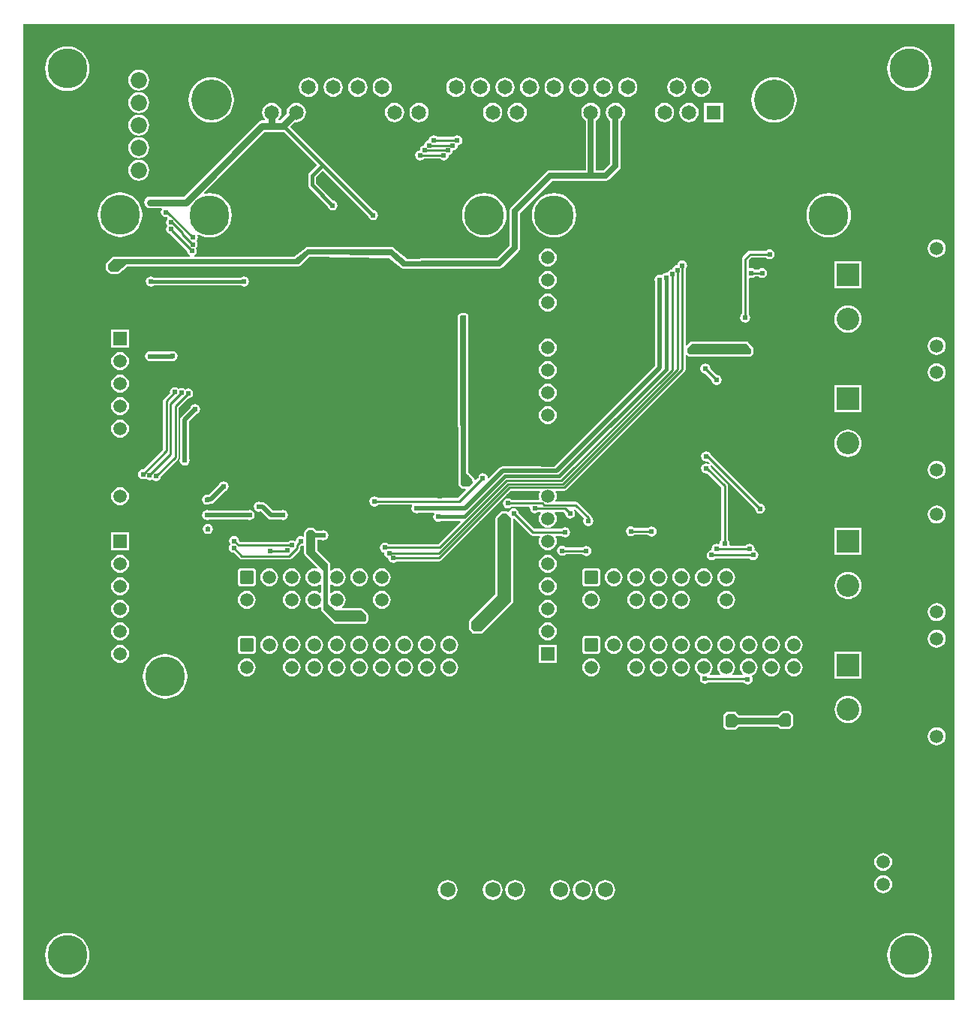
<source format=gbl>
G04*
G04 #@! TF.GenerationSoftware,Altium Limited,Altium Designer,20.2.3 (150)*
G04*
G04 Layer_Physical_Order=2*
G04 Layer_Color=16711680*
%FSLAX25Y25*%
%MOIN*%
G70*
G04*
G04 #@! TF.SameCoordinates,55210B2D-0A46-486D-8559-DE1921E740DA*
G04*
G04*
G04 #@! TF.FilePolarity,Positive*
G04*
G01*
G75*
%ADD15C,0.01500*%
%ADD63C,0.02500*%
%ADD64C,0.02000*%
%ADD65C,0.01000*%
%ADD66C,0.03000*%
%ADD68C,0.01800*%
%ADD74C,0.06496*%
%ADD75C,0.18012*%
%ADD76R,0.06496X0.06496*%
%ADD77C,0.05937*%
%ADD78C,0.10039*%
%ADD79R,0.10039X0.10039*%
%ADD80C,0.17717*%
%ADD81C,0.05906*%
G04:AMPARAMS|DCode=82|XSize=59.06mil|YSize=59.06mil|CornerRadius=2.95mil|HoleSize=0mil|Usage=FLASHONLY|Rotation=0.000|XOffset=0mil|YOffset=0mil|HoleType=Round|Shape=RoundedRectangle|*
%AMROUNDEDRECTD82*
21,1,0.05906,0.05315,0,0,0.0*
21,1,0.05315,0.05906,0,0,0.0*
1,1,0.00591,0.02657,-0.02657*
1,1,0.00591,-0.02657,-0.02657*
1,1,0.00591,-0.02657,0.02657*
1,1,0.00591,0.02657,0.02657*
%
%ADD82ROUNDEDRECTD82*%
%ADD83R,0.05906X0.05906*%
%ADD84C,0.07244*%
%ADD85R,0.07244X0.07244*%
%ADD86C,0.06791*%
%ADD87C,0.02400*%
G36*
X425700Y14000D02*
X12200D01*
Y447100D01*
X425700D01*
Y14000D01*
D02*
G37*
%LPC*%
G36*
X63500Y426962D02*
X62293Y426803D01*
X61169Y426337D01*
X60203Y425597D01*
X59463Y424631D01*
X58997Y423507D01*
X58838Y422300D01*
X58997Y421093D01*
X59463Y419969D01*
X60203Y419003D01*
X61169Y418263D01*
X62293Y417797D01*
X63500Y417638D01*
X64707Y417797D01*
X65831Y418263D01*
X66796Y419003D01*
X67537Y419969D01*
X68003Y421093D01*
X68162Y422300D01*
X68003Y423507D01*
X67537Y424631D01*
X66796Y425597D01*
X65831Y426337D01*
X64707Y426803D01*
X63500Y426962D01*
D02*
G37*
G36*
X405913Y437292D02*
X403981Y437102D01*
X402122Y436538D01*
X400410Y435622D01*
X398909Y434390D01*
X397677Y432889D01*
X396761Y431177D01*
X396198Y429318D01*
X396007Y427386D01*
X396198Y425453D01*
X396761Y423595D01*
X397677Y421882D01*
X398909Y420381D01*
X400410Y419149D01*
X402122Y418234D01*
X403981Y417670D01*
X405913Y417480D01*
X407846Y417670D01*
X409704Y418234D01*
X411417Y419149D01*
X412918Y420381D01*
X414150Y421882D01*
X415065Y423595D01*
X415629Y425453D01*
X415819Y427386D01*
X415629Y429318D01*
X415065Y431177D01*
X414150Y432889D01*
X412918Y434390D01*
X411417Y435622D01*
X409704Y436538D01*
X407846Y437102D01*
X405913Y437292D01*
D02*
G37*
G36*
X31784D02*
X29851Y437102D01*
X27993Y436538D01*
X26280Y435622D01*
X24779Y434390D01*
X23547Y432889D01*
X22632Y431177D01*
X22068Y429318D01*
X21878Y427386D01*
X22068Y425453D01*
X22632Y423595D01*
X23547Y421882D01*
X24779Y420381D01*
X26280Y419149D01*
X27993Y418234D01*
X29851Y417670D01*
X31784Y417480D01*
X33716Y417670D01*
X35574Y418234D01*
X37287Y419149D01*
X38788Y420381D01*
X40020Y421882D01*
X40935Y423595D01*
X41499Y425453D01*
X41689Y427386D01*
X41499Y429318D01*
X40935Y431177D01*
X40020Y432889D01*
X38788Y434390D01*
X37287Y435622D01*
X35574Y436538D01*
X33716Y437102D01*
X31784Y437292D01*
D02*
G37*
G36*
X313424Y423366D02*
X312316Y423220D01*
X311282Y422792D01*
X310395Y422111D01*
X309714Y421223D01*
X309286Y420190D01*
X309140Y419081D01*
X309286Y417972D01*
X309714Y416939D01*
X310395Y416051D01*
X311282Y415370D01*
X312316Y414942D01*
X313424Y414796D01*
X314533Y414942D01*
X315567Y415370D01*
X316454Y416051D01*
X317135Y416939D01*
X317563Y417972D01*
X317709Y419081D01*
X317563Y420190D01*
X317135Y421223D01*
X316454Y422111D01*
X315567Y422792D01*
X314533Y423220D01*
X313424Y423366D01*
D02*
G37*
G36*
X302519D02*
X301410Y423220D01*
X300377Y422792D01*
X299489Y422111D01*
X298808Y421223D01*
X298380Y420190D01*
X298234Y419081D01*
X298380Y417972D01*
X298808Y416939D01*
X299489Y416051D01*
X300377Y415370D01*
X301410Y414942D01*
X302519Y414796D01*
X303628Y414942D01*
X304661Y415370D01*
X305549Y416051D01*
X306230Y416939D01*
X306658Y417972D01*
X306804Y419081D01*
X306658Y420190D01*
X306230Y421223D01*
X305549Y422111D01*
X304661Y422792D01*
X303628Y423220D01*
X302519Y423366D01*
D02*
G37*
G36*
X280708D02*
X279599Y423220D01*
X278566Y422792D01*
X277678Y422111D01*
X276997Y421223D01*
X276569Y420190D01*
X276423Y419081D01*
X276569Y417972D01*
X276997Y416939D01*
X277678Y416051D01*
X278566Y415370D01*
X279599Y414942D01*
X280708Y414796D01*
X281817Y414942D01*
X282850Y415370D01*
X283738Y416051D01*
X284419Y416939D01*
X284847Y417972D01*
X284993Y419081D01*
X284847Y420190D01*
X284419Y421223D01*
X283738Y422111D01*
X282850Y422792D01*
X281817Y423220D01*
X280708Y423366D01*
D02*
G37*
G36*
X269802D02*
X268693Y423220D01*
X267660Y422792D01*
X266773Y422111D01*
X266092Y421223D01*
X265664Y420190D01*
X265518Y419081D01*
X265664Y417972D01*
X266092Y416939D01*
X266773Y416051D01*
X267660Y415370D01*
X268693Y414942D01*
X269802Y414796D01*
X270911Y414942D01*
X271945Y415370D01*
X272832Y416051D01*
X273513Y416939D01*
X273941Y417972D01*
X274087Y419081D01*
X273941Y420190D01*
X273513Y421223D01*
X272832Y422111D01*
X271945Y422792D01*
X270911Y423220D01*
X269802Y423366D01*
D02*
G37*
G36*
X258897D02*
X257788Y423220D01*
X256754Y422792D01*
X255867Y422111D01*
X255186Y421223D01*
X254758Y420190D01*
X254612Y419081D01*
X254758Y417972D01*
X255186Y416939D01*
X255867Y416051D01*
X256754Y415370D01*
X257788Y414942D01*
X258897Y414796D01*
X260006Y414942D01*
X261039Y415370D01*
X261927Y416051D01*
X262608Y416939D01*
X263036Y417972D01*
X263182Y419081D01*
X263036Y420190D01*
X262608Y421223D01*
X261927Y422111D01*
X261039Y422792D01*
X260006Y423220D01*
X258897Y423366D01*
D02*
G37*
G36*
X247991D02*
X246882Y423220D01*
X245849Y422792D01*
X244962Y422111D01*
X244281Y421223D01*
X243853Y420190D01*
X243707Y419081D01*
X243853Y417972D01*
X244281Y416939D01*
X244962Y416051D01*
X245849Y415370D01*
X246882Y414942D01*
X247991Y414796D01*
X249100Y414942D01*
X250134Y415370D01*
X251021Y416051D01*
X251702Y416939D01*
X252130Y417972D01*
X252276Y419081D01*
X252130Y420190D01*
X251702Y421223D01*
X251021Y422111D01*
X250134Y422792D01*
X249100Y423220D01*
X247991Y423366D01*
D02*
G37*
G36*
X237086D02*
X235977Y423220D01*
X234944Y422792D01*
X234056Y422111D01*
X233375Y421223D01*
X232947Y420190D01*
X232801Y419081D01*
X232947Y417972D01*
X233375Y416939D01*
X234056Y416051D01*
X234944Y415370D01*
X235977Y414942D01*
X237086Y414796D01*
X238195Y414942D01*
X239228Y415370D01*
X240116Y416051D01*
X240796Y416939D01*
X241225Y417972D01*
X241371Y419081D01*
X241225Y420190D01*
X240796Y421223D01*
X240116Y422111D01*
X239228Y422792D01*
X238195Y423220D01*
X237086Y423366D01*
D02*
G37*
G36*
X226180D02*
X225071Y423220D01*
X224038Y422792D01*
X223151Y422111D01*
X222470Y421223D01*
X222042Y420190D01*
X221896Y419081D01*
X222042Y417972D01*
X222470Y416939D01*
X223151Y416051D01*
X224038Y415370D01*
X225071Y414942D01*
X226180Y414796D01*
X227289Y414942D01*
X228323Y415370D01*
X229210Y416051D01*
X229891Y416939D01*
X230319Y417972D01*
X230465Y419081D01*
X230319Y420190D01*
X229891Y421223D01*
X229210Y422111D01*
X228323Y422792D01*
X227289Y423220D01*
X226180Y423366D01*
D02*
G37*
G36*
X215275D02*
X214166Y423220D01*
X213133Y422792D01*
X212245Y422111D01*
X211564Y421223D01*
X211136Y420190D01*
X210990Y419081D01*
X211136Y417972D01*
X211564Y416939D01*
X212245Y416051D01*
X213133Y415370D01*
X214166Y414942D01*
X215275Y414796D01*
X216384Y414942D01*
X217417Y415370D01*
X218304Y416051D01*
X218986Y416939D01*
X219413Y417972D01*
X219560Y419081D01*
X219413Y420190D01*
X218986Y421223D01*
X218304Y422111D01*
X217417Y422792D01*
X216384Y423220D01*
X215275Y423366D01*
D02*
G37*
G36*
X204369D02*
X203260Y423220D01*
X202227Y422792D01*
X201340Y422111D01*
X200659Y421223D01*
X200231Y420190D01*
X200085Y419081D01*
X200231Y417972D01*
X200659Y416939D01*
X201340Y416051D01*
X202227Y415370D01*
X203260Y414942D01*
X204369Y414796D01*
X205478Y414942D01*
X206512Y415370D01*
X207399Y416051D01*
X208080Y416939D01*
X208508Y417972D01*
X208654Y419081D01*
X208508Y420190D01*
X208080Y421223D01*
X207399Y422111D01*
X206512Y422792D01*
X205478Y423220D01*
X204369Y423366D01*
D02*
G37*
G36*
X171653D02*
X170544Y423220D01*
X169510Y422792D01*
X168623Y422111D01*
X167942Y421223D01*
X167514Y420190D01*
X167368Y419081D01*
X167514Y417972D01*
X167942Y416939D01*
X168623Y416051D01*
X169510Y415370D01*
X170544Y414942D01*
X171653Y414796D01*
X172762Y414942D01*
X173795Y415370D01*
X174682Y416051D01*
X175363Y416939D01*
X175792Y417972D01*
X175937Y419081D01*
X175792Y420190D01*
X175363Y421223D01*
X174682Y422111D01*
X173795Y422792D01*
X172762Y423220D01*
X171653Y423366D01*
D02*
G37*
G36*
X160747D02*
X159638Y423220D01*
X158605Y422792D01*
X157718Y422111D01*
X157037Y421223D01*
X156609Y420190D01*
X156463Y419081D01*
X156609Y417972D01*
X157037Y416939D01*
X157718Y416051D01*
X158605Y415370D01*
X159638Y414942D01*
X160747Y414796D01*
X161856Y414942D01*
X162890Y415370D01*
X163777Y416051D01*
X164458Y416939D01*
X164886Y417972D01*
X165032Y419081D01*
X164886Y420190D01*
X164458Y421223D01*
X163777Y422111D01*
X162890Y422792D01*
X161856Y423220D01*
X160747Y423366D01*
D02*
G37*
G36*
X149842D02*
X148733Y423220D01*
X147699Y422792D01*
X146812Y422111D01*
X146131Y421223D01*
X145703Y420190D01*
X145557Y419081D01*
X145703Y417972D01*
X146131Y416939D01*
X146812Y416051D01*
X147699Y415370D01*
X148733Y414942D01*
X149842Y414796D01*
X150951Y414942D01*
X151984Y415370D01*
X152872Y416051D01*
X153552Y416939D01*
X153980Y417972D01*
X154126Y419081D01*
X153980Y420190D01*
X153552Y421223D01*
X152872Y422111D01*
X151984Y422792D01*
X150951Y423220D01*
X149842Y423366D01*
D02*
G37*
G36*
X138936D02*
X137827Y423220D01*
X136794Y422792D01*
X135907Y422111D01*
X135226Y421223D01*
X134798Y420190D01*
X134652Y419081D01*
X134798Y417972D01*
X135226Y416939D01*
X135907Y416051D01*
X136794Y415370D01*
X137827Y414942D01*
X138936Y414796D01*
X140045Y414942D01*
X141079Y415370D01*
X141966Y416051D01*
X142647Y416939D01*
X143075Y417972D01*
X143221Y419081D01*
X143075Y420190D01*
X142647Y421223D01*
X141966Y422111D01*
X141079Y422792D01*
X140045Y423220D01*
X138936Y423366D01*
D02*
G37*
G36*
X63500Y416962D02*
X62293Y416803D01*
X61169Y416337D01*
X60203Y415596D01*
X59463Y414631D01*
X58997Y413507D01*
X58838Y412300D01*
X58997Y411093D01*
X59463Y409969D01*
X60203Y409003D01*
X61169Y408263D01*
X62293Y407797D01*
X63500Y407638D01*
X64707Y407797D01*
X65831Y408263D01*
X66796Y409003D01*
X67537Y409969D01*
X68003Y411093D01*
X68162Y412300D01*
X68003Y413507D01*
X67537Y414631D01*
X66796Y415596D01*
X65831Y416337D01*
X64707Y416803D01*
X63500Y416962D01*
D02*
G37*
G36*
X323125Y412148D02*
X314629D01*
Y403652D01*
X323125D01*
Y412148D01*
D02*
G37*
G36*
X307972Y412185D02*
X306863Y412039D01*
X305829Y411611D01*
X304942Y410930D01*
X304261Y410042D01*
X303833Y409009D01*
X303687Y407900D01*
X303833Y406791D01*
X304261Y405758D01*
X304942Y404870D01*
X305829Y404189D01*
X306863Y403761D01*
X307972Y403615D01*
X309081Y403761D01*
X310114Y404189D01*
X311001Y404870D01*
X311682Y405758D01*
X312110Y406791D01*
X312256Y407900D01*
X312110Y409009D01*
X311682Y410042D01*
X311001Y410930D01*
X310114Y411611D01*
X309081Y412039D01*
X307972Y412185D01*
D02*
G37*
G36*
X297066D02*
X295957Y412039D01*
X294924Y411611D01*
X294036Y410930D01*
X293355Y410042D01*
X292928Y409009D01*
X292781Y407900D01*
X292928Y406791D01*
X293355Y405758D01*
X294036Y404870D01*
X294924Y404189D01*
X295957Y403761D01*
X297066Y403615D01*
X298175Y403761D01*
X299208Y404189D01*
X300096Y404870D01*
X300777Y405758D01*
X301205Y406791D01*
X301351Y407900D01*
X301205Y409009D01*
X300777Y410042D01*
X300096Y410930D01*
X299208Y411611D01*
X298175Y412039D01*
X297066Y412185D01*
D02*
G37*
G36*
X231633D02*
X230524Y412039D01*
X229491Y411611D01*
X228603Y410930D01*
X227922Y410042D01*
X227494Y409009D01*
X227348Y407900D01*
X227494Y406791D01*
X227922Y405758D01*
X228603Y404870D01*
X229491Y404189D01*
X230524Y403761D01*
X231633Y403615D01*
X232742Y403761D01*
X233775Y404189D01*
X234663Y404870D01*
X235344Y405758D01*
X235772Y406791D01*
X235918Y407900D01*
X235772Y409009D01*
X235344Y410042D01*
X234663Y410930D01*
X233775Y411611D01*
X232742Y412039D01*
X231633Y412185D01*
D02*
G37*
G36*
X220728D02*
X219619Y412039D01*
X218585Y411611D01*
X217698Y410930D01*
X217017Y410042D01*
X216589Y409009D01*
X216443Y407900D01*
X216589Y406791D01*
X217017Y405758D01*
X217698Y404870D01*
X218585Y404189D01*
X219619Y403761D01*
X220728Y403615D01*
X221836Y403761D01*
X222870Y404189D01*
X223757Y404870D01*
X224438Y405758D01*
X224866Y406791D01*
X225012Y407900D01*
X224866Y409009D01*
X224438Y410042D01*
X223757Y410930D01*
X222870Y411611D01*
X221836Y412039D01*
X220728Y412185D01*
D02*
G37*
G36*
X188011D02*
X186902Y412039D01*
X185869Y411611D01*
X184981Y410930D01*
X184300Y410042D01*
X183872Y409009D01*
X183726Y407900D01*
X183872Y406791D01*
X184300Y405758D01*
X184981Y404870D01*
X185869Y404189D01*
X186902Y403761D01*
X188011Y403615D01*
X189120Y403761D01*
X190153Y404189D01*
X191041Y404870D01*
X191722Y405758D01*
X192150Y406791D01*
X192296Y407900D01*
X192150Y409009D01*
X191722Y410042D01*
X191041Y410930D01*
X190153Y411611D01*
X189120Y412039D01*
X188011Y412185D01*
D02*
G37*
G36*
X177105D02*
X175997Y412039D01*
X174963Y411611D01*
X174076Y410930D01*
X173395Y410042D01*
X172967Y409009D01*
X172821Y407900D01*
X172967Y406791D01*
X173395Y405758D01*
X174076Y404870D01*
X174963Y404189D01*
X175997Y403761D01*
X177105Y403615D01*
X178215Y403761D01*
X179248Y404189D01*
X180135Y404870D01*
X180816Y405758D01*
X181244Y406791D01*
X181390Y407900D01*
X181244Y409009D01*
X180816Y410042D01*
X180135Y410930D01*
X179248Y411611D01*
X178215Y412039D01*
X177105Y412185D01*
D02*
G37*
G36*
X345728Y423545D02*
X343766Y423352D01*
X341880Y422780D01*
X340142Y421850D01*
X338618Y420600D01*
X337368Y419076D01*
X336439Y417338D01*
X335866Y415452D01*
X335673Y413490D01*
X335866Y411529D01*
X336439Y409643D01*
X337368Y407905D01*
X338618Y406381D01*
X340142Y405131D01*
X341880Y404202D01*
X343766Y403629D01*
X345728Y403436D01*
X347689Y403629D01*
X349575Y404202D01*
X351313Y405131D01*
X352837Y406381D01*
X354087Y407905D01*
X355016Y409643D01*
X355589Y411529D01*
X355782Y413490D01*
X355589Y415452D01*
X355016Y417338D01*
X354087Y419076D01*
X352837Y420600D01*
X351313Y421850D01*
X349575Y422780D01*
X347689Y423352D01*
X345728Y423545D01*
D02*
G37*
G36*
X95728D02*
X93766Y423352D01*
X91880Y422780D01*
X90142Y421850D01*
X88618Y420600D01*
X87368Y419076D01*
X86439Y417338D01*
X85866Y415452D01*
X85673Y413490D01*
X85866Y411529D01*
X86439Y409643D01*
X87368Y407905D01*
X88618Y406381D01*
X90142Y405131D01*
X91880Y404202D01*
X93766Y403629D01*
X95728Y403436D01*
X97689Y403629D01*
X99575Y404202D01*
X101313Y405131D01*
X102837Y406381D01*
X104087Y407905D01*
X105017Y409643D01*
X105589Y411529D01*
X105782Y413490D01*
X105589Y415452D01*
X105017Y417338D01*
X104087Y419076D01*
X102837Y420600D01*
X101313Y421850D01*
X99575Y422780D01*
X97689Y423352D01*
X95728Y423545D01*
D02*
G37*
G36*
X63500Y406962D02*
X62293Y406803D01*
X61169Y406337D01*
X60203Y405596D01*
X59463Y404631D01*
X58997Y403507D01*
X58838Y402300D01*
X58997Y401093D01*
X59463Y399969D01*
X60203Y399004D01*
X61169Y398263D01*
X62293Y397797D01*
X63500Y397638D01*
X64707Y397797D01*
X65831Y398263D01*
X66796Y399004D01*
X67537Y399969D01*
X68003Y401093D01*
X68162Y402300D01*
X68003Y403507D01*
X67537Y404631D01*
X66796Y405596D01*
X65831Y406337D01*
X64707Y406803D01*
X63500Y406962D01*
D02*
G37*
G36*
X205000Y397743D02*
X204142Y397572D01*
X203414Y397086D01*
X203376Y397029D01*
X196224D01*
X196186Y397086D01*
X195458Y397572D01*
X194600Y397743D01*
X193742Y397572D01*
X193014Y397086D01*
X192528Y396358D01*
X192357Y395500D01*
X192358Y395495D01*
X191742Y395372D01*
X191014Y394886D01*
X190528Y394158D01*
X190357Y393300D01*
X190358Y393295D01*
X189742Y393172D01*
X189014Y392686D01*
X188528Y391958D01*
X188360Y391115D01*
X187642Y390972D01*
X186914Y390486D01*
X186428Y389758D01*
X186257Y388900D01*
X186428Y388042D01*
X186914Y387314D01*
X187642Y386828D01*
X188500Y386657D01*
X189358Y386828D01*
X190086Y387314D01*
X190124Y387371D01*
X197365D01*
X197403Y387314D01*
X198130Y386828D01*
X198989Y386657D01*
X199847Y386828D01*
X200575Y387314D01*
X201061Y388042D01*
X201232Y388900D01*
X201227Y388922D01*
X201758Y389028D01*
X202486Y389514D01*
X202972Y390242D01*
X203140Y391085D01*
X203858Y391228D01*
X204586Y391714D01*
X205072Y392442D01*
X205243Y393300D01*
X205242Y393305D01*
X205858Y393428D01*
X206586Y393914D01*
X207072Y394642D01*
X207243Y395500D01*
X207072Y396358D01*
X206586Y397086D01*
X205858Y397572D01*
X205000Y397743D01*
D02*
G37*
G36*
X63500Y396962D02*
X62293Y396803D01*
X61169Y396337D01*
X60203Y395597D01*
X59463Y394631D01*
X58997Y393507D01*
X58838Y392300D01*
X58997Y391093D01*
X59463Y389969D01*
X60203Y389003D01*
X61169Y388263D01*
X62293Y387797D01*
X63500Y387638D01*
X64707Y387797D01*
X65831Y388263D01*
X66796Y389003D01*
X67537Y389969D01*
X68003Y391093D01*
X68162Y392300D01*
X68003Y393507D01*
X67537Y394631D01*
X66796Y395597D01*
X65831Y396337D01*
X64707Y396803D01*
X63500Y396962D01*
D02*
G37*
G36*
X275255Y412185D02*
X274146Y412039D01*
X273113Y411611D01*
X272225Y410930D01*
X271545Y410042D01*
X271116Y409009D01*
X270970Y407900D01*
X271116Y406791D01*
X271545Y405758D01*
X272225Y404870D01*
X272961Y404306D01*
Y385105D01*
X270050Y382194D01*
X266644D01*
Y404306D01*
X267379Y404870D01*
X268060Y405758D01*
X268488Y406791D01*
X268634Y407900D01*
X268488Y409009D01*
X268060Y410042D01*
X267379Y410930D01*
X266492Y411611D01*
X265459Y412039D01*
X264350Y412185D01*
X263241Y412039D01*
X262207Y411611D01*
X261320Y410930D01*
X260639Y410042D01*
X260211Y409009D01*
X260065Y407900D01*
X260211Y406791D01*
X260639Y405758D01*
X261320Y404870D01*
X262055Y404306D01*
Y382194D01*
X246300D01*
X245422Y382019D01*
X244678Y381522D01*
X228978Y365822D01*
X228481Y365078D01*
X228306Y364200D01*
Y348850D01*
X222650Y343194D01*
X189600D01*
X189225Y343120D01*
X188900D01*
X188861Y343112D01*
X188822Y343117D01*
X188667Y343073D01*
X188510Y343042D01*
X188477Y343020D01*
X188439Y343009D01*
X188312Y342910D01*
X188179Y342821D01*
X188157Y342788D01*
X188126Y342763D01*
X188088Y342720D01*
X182714Y342720D01*
X176551Y347970D01*
X176412Y348047D01*
X176280Y348136D01*
X176240Y348144D01*
X176204Y348164D01*
X176046Y348182D01*
X175890Y348213D01*
X138413Y348213D01*
X138279Y348187D01*
X138144Y348177D01*
X138086Y348148D01*
X138023Y348136D01*
X137909Y348060D01*
X137788Y347999D01*
X132468Y343870D01*
X132100Y343943D01*
X131376Y343799D01*
X130413Y343801D01*
X129700Y343943D01*
X129003Y343804D01*
X88147Y343894D01*
X88058Y344394D01*
X88686Y344814D01*
X89172Y345542D01*
X89343Y346400D01*
X89172Y347258D01*
X88905Y347659D01*
X88986Y347714D01*
X89472Y348442D01*
X89643Y349300D01*
X89472Y350158D01*
X89081Y350744D01*
X89186Y350814D01*
X89672Y351542D01*
X89843Y352400D01*
X89672Y353258D01*
X89555Y353434D01*
X89901Y353816D01*
X91174Y353135D01*
X93032Y352572D01*
X94965Y352381D01*
X96897Y352572D01*
X98755Y353135D01*
X100468Y354051D01*
X101969Y355283D01*
X103201Y356784D01*
X104116Y358496D01*
X104680Y360355D01*
X104870Y362287D01*
X104680Y364220D01*
X104116Y366078D01*
X103201Y367791D01*
X101969Y369292D01*
X100468Y370524D01*
X98755Y371439D01*
X96897Y372003D01*
X94965Y372193D01*
X93032Y372003D01*
X92690Y371899D01*
X92433Y372328D01*
X119356Y399251D01*
X127383D01*
X127919Y399358D01*
X142627Y384650D01*
X139238Y381262D01*
X138851Y380683D01*
X138716Y380000D01*
Y375700D01*
X138851Y375017D01*
X139238Y374438D01*
X147426Y366250D01*
X147528Y365742D01*
X148014Y365014D01*
X148742Y364528D01*
X149600Y364357D01*
X150458Y364528D01*
X151186Y365014D01*
X151672Y365742D01*
X151843Y366600D01*
X151672Y367458D01*
X151186Y368186D01*
X150458Y368672D01*
X149950Y368774D01*
X142284Y376439D01*
Y379261D01*
X145150Y382127D01*
X165451Y361825D01*
X165528Y361442D01*
X166014Y360714D01*
X166742Y360228D01*
X167600Y360057D01*
X168458Y360228D01*
X169186Y360714D01*
X169672Y361442D01*
X169843Y362300D01*
X169672Y363158D01*
X169186Y363886D01*
X168458Y364372D01*
X167825Y364498D01*
X146412Y385912D01*
X146412Y385912D01*
X130756Y401568D01*
X132883Y403694D01*
X133484Y403615D01*
X134592Y403761D01*
X135626Y404189D01*
X136513Y404870D01*
X137194Y405758D01*
X137622Y406791D01*
X137768Y407900D01*
X137622Y409009D01*
X137194Y410042D01*
X136513Y410930D01*
X135626Y411611D01*
X134592Y412039D01*
X133484Y412185D01*
X132375Y412039D01*
X131341Y411611D01*
X130454Y410930D01*
X129773Y410042D01*
X129345Y409009D01*
X129199Y407900D01*
X129278Y407299D01*
X126328Y404349D01*
X125750D01*
X125580Y404849D01*
X125608Y404870D01*
X126289Y405758D01*
X126717Y406791D01*
X126863Y407900D01*
X126717Y409009D01*
X126289Y410042D01*
X125608Y410930D01*
X124720Y411611D01*
X123687Y412039D01*
X122578Y412185D01*
X121469Y412039D01*
X120436Y411611D01*
X119548Y410930D01*
X118867Y410042D01*
X118439Y409009D01*
X118293Y407900D01*
X118439Y406791D01*
X118867Y405758D01*
X119548Y404870D01*
X119576Y404849D01*
X119406Y404349D01*
X118300D01*
X117324Y404155D01*
X116498Y403602D01*
X83444Y370549D01*
X68400D01*
X67424Y370355D01*
X66598Y369802D01*
X66045Y368975D01*
X65851Y368000D01*
X66045Y367024D01*
X66598Y366198D01*
X67424Y365645D01*
X68400Y365451D01*
X73571D01*
X73838Y364951D01*
X73509Y364458D01*
X73338Y363600D01*
X73509Y362742D01*
X73995Y362014D01*
X74723Y361528D01*
X75581Y361357D01*
X76069Y361454D01*
X76335Y361205D01*
X76288Y360655D01*
X76195Y360594D01*
X75709Y359866D01*
X75538Y359007D01*
X75709Y358149D01*
X76163Y357470D01*
X75828Y356968D01*
X75657Y356110D01*
X75828Y355251D01*
X76314Y354524D01*
X77042Y354037D01*
X77426Y353961D01*
X84878Y346508D01*
X84857Y346400D01*
X85028Y345542D01*
X85514Y344814D01*
X86136Y344399D01*
X86030Y343899D01*
X52455Y343973D01*
X52454Y343972D01*
X52453Y343973D01*
X52258Y343934D01*
X52065Y343896D01*
X52064Y343895D01*
X52063Y343895D01*
X51897Y343784D01*
X51734Y343675D01*
X51733Y343675D01*
X51732Y343674D01*
X49179Y341121D01*
X48958Y340790D01*
X48880Y340400D01*
Y338500D01*
X48958Y338110D01*
X49179Y337779D01*
X50379Y336579D01*
X50710Y336358D01*
X51100Y336280D01*
X54281Y336280D01*
X54438Y336312D01*
X54597Y336331D01*
X54632Y336350D01*
X54671Y336358D01*
X54804Y336447D01*
X54944Y336525D01*
X58513Y339580D01*
X129079D01*
X129700Y339457D01*
X130321Y339580D01*
X131479D01*
X132100Y339457D01*
X132721Y339580D01*
X134415D01*
X134569Y339611D01*
X134725Y339629D01*
X134763Y339650D01*
X134805Y339658D01*
X134935Y339745D01*
X135073Y339821D01*
X139631Y343673D01*
X174685Y343328D01*
X180225Y338854D01*
X180354Y338787D01*
X180475Y338705D01*
X180528Y338695D01*
X180577Y338669D01*
X180722Y338656D01*
X180865Y338628D01*
X189490Y338628D01*
X189600Y338606D01*
X190154D01*
X190400Y338557D01*
X190646Y338606D01*
X192754D01*
X193000Y338557D01*
X193246Y338606D01*
X223600D01*
X224478Y338780D01*
X225222Y339278D01*
X232222Y346278D01*
X232719Y347022D01*
X232894Y347900D01*
Y363250D01*
X247250Y377606D01*
X271000D01*
X271878Y377781D01*
X272622Y378278D01*
X276877Y382533D01*
X277375Y383277D01*
X277549Y384155D01*
Y404306D01*
X278285Y404870D01*
X278966Y405758D01*
X279394Y406791D01*
X279540Y407900D01*
X279394Y409009D01*
X278966Y410042D01*
X278285Y410930D01*
X277397Y411611D01*
X276364Y412039D01*
X275255Y412185D01*
D02*
G37*
G36*
X63500Y386962D02*
X62293Y386803D01*
X61169Y386337D01*
X60203Y385596D01*
X59463Y384631D01*
X58997Y383507D01*
X58838Y382300D01*
X58997Y381093D01*
X59463Y379969D01*
X60203Y379004D01*
X61169Y378263D01*
X62293Y377797D01*
X63500Y377638D01*
X64707Y377797D01*
X65831Y378263D01*
X66796Y379004D01*
X67537Y379969D01*
X68003Y381093D01*
X68162Y382300D01*
X68003Y383507D01*
X67537Y384631D01*
X66796Y385596D01*
X65831Y386337D01*
X64707Y386803D01*
X63500Y386962D01*
D02*
G37*
G36*
X55200Y372406D02*
X53267Y372216D01*
X51409Y371652D01*
X49696Y370737D01*
X48195Y369505D01*
X46964Y368004D01*
X46048Y366291D01*
X45484Y364433D01*
X45294Y362500D01*
X45484Y360567D01*
X46048Y358709D01*
X46964Y356996D01*
X48195Y355495D01*
X49696Y354263D01*
X51409Y353348D01*
X53267Y352784D01*
X55200Y352594D01*
X57133Y352784D01*
X58991Y353348D01*
X60703Y354263D01*
X62205Y355495D01*
X63437Y356996D01*
X64352Y358709D01*
X64916Y360567D01*
X65106Y362500D01*
X64916Y364433D01*
X64352Y366291D01*
X63437Y368004D01*
X62205Y369505D01*
X60703Y370737D01*
X58991Y371652D01*
X57133Y372216D01*
X55200Y372406D01*
D02*
G37*
G36*
X370012Y372193D02*
X368079Y372003D01*
X366221Y371439D01*
X364508Y370524D01*
X363007Y369292D01*
X361775Y367791D01*
X360860Y366078D01*
X360296Y364220D01*
X360106Y362287D01*
X360296Y360355D01*
X360860Y358496D01*
X361775Y356784D01*
X363007Y355283D01*
X364508Y354051D01*
X366221Y353135D01*
X368079Y352572D01*
X370012Y352381D01*
X371944Y352572D01*
X373803Y353135D01*
X375515Y354051D01*
X377016Y355283D01*
X378248Y356784D01*
X379164Y358496D01*
X379727Y360355D01*
X379918Y362287D01*
X379727Y364220D01*
X379164Y366078D01*
X378248Y367791D01*
X377016Y369292D01*
X375515Y370524D01*
X373803Y371439D01*
X371944Y372003D01*
X370012Y372193D01*
D02*
G37*
G36*
X247965D02*
X246032Y372003D01*
X244174Y371439D01*
X242461Y370524D01*
X240960Y369292D01*
X239728Y367791D01*
X238813Y366078D01*
X238249Y364220D01*
X238059Y362287D01*
X238249Y360355D01*
X238813Y358496D01*
X239728Y356784D01*
X240960Y355283D01*
X242461Y354051D01*
X244174Y353135D01*
X246032Y352572D01*
X247965Y352381D01*
X249897Y352572D01*
X251755Y353135D01*
X253468Y354051D01*
X254969Y355283D01*
X256201Y356784D01*
X257117Y358496D01*
X257680Y360355D01*
X257871Y362287D01*
X257680Y364220D01*
X257117Y366078D01*
X256201Y367791D01*
X254969Y369292D01*
X253468Y370524D01*
X251755Y371439D01*
X249897Y372003D01*
X247965Y372193D01*
D02*
G37*
G36*
X217012D02*
X215079Y372003D01*
X213221Y371439D01*
X211508Y370524D01*
X210007Y369292D01*
X208775Y367791D01*
X207860Y366078D01*
X207296Y364220D01*
X207106Y362287D01*
X207296Y360355D01*
X207860Y358496D01*
X208775Y356784D01*
X210007Y355283D01*
X211508Y354051D01*
X213221Y353135D01*
X215079Y352572D01*
X217012Y352381D01*
X218944Y352572D01*
X220803Y353135D01*
X222515Y354051D01*
X224016Y355283D01*
X225248Y356784D01*
X226164Y358496D01*
X226727Y360355D01*
X226918Y362287D01*
X226727Y364220D01*
X226164Y366078D01*
X225248Y367791D01*
X224016Y369292D01*
X222515Y370524D01*
X220803Y371439D01*
X218944Y372003D01*
X217012Y372193D01*
D02*
G37*
G36*
X417900Y351638D02*
X416864Y351502D01*
X415899Y351102D01*
X415070Y350466D01*
X414433Y349637D01*
X414034Y348671D01*
X413897Y347635D01*
X414034Y346599D01*
X414433Y345634D01*
X415070Y344805D01*
X415899Y344169D01*
X416864Y343769D01*
X417900Y343633D01*
X418936Y343769D01*
X419901Y344169D01*
X420730Y344805D01*
X421367Y345634D01*
X421766Y346599D01*
X421903Y347635D01*
X421766Y348671D01*
X421367Y349637D01*
X420730Y350466D01*
X419901Y351102D01*
X418936Y351502D01*
X417900Y351638D01*
D02*
G37*
G36*
X343734Y347177D02*
X342876Y347007D01*
X342148Y346520D01*
X342110Y346464D01*
X335034D01*
X334449Y346347D01*
X333953Y346016D01*
X331819Y343881D01*
X331487Y343385D01*
X331371Y342800D01*
Y318424D01*
X331314Y318386D01*
X330828Y317658D01*
X330657Y316800D01*
X330828Y315942D01*
X331314Y315214D01*
X332042Y314728D01*
X332900Y314557D01*
X333758Y314728D01*
X334486Y315214D01*
X334972Y315942D01*
X335143Y316800D01*
X334972Y317658D01*
X334486Y318386D01*
X334429Y318424D01*
Y334181D01*
X334929Y334490D01*
X335600Y334357D01*
X336458Y334528D01*
X337186Y335014D01*
X337224Y335071D01*
X338776D01*
X338814Y335014D01*
X339542Y334528D01*
X340400Y334357D01*
X341258Y334528D01*
X341986Y335014D01*
X342472Y335742D01*
X342643Y336600D01*
X342472Y337458D01*
X341986Y338186D01*
X341258Y338672D01*
X340400Y338843D01*
X339542Y338672D01*
X338814Y338186D01*
X338776Y338129D01*
X337224D01*
X337186Y338186D01*
X336458Y338672D01*
X335600Y338843D01*
X334929Y338710D01*
X334429Y339019D01*
Y342166D01*
X335668Y343405D01*
X342110D01*
X342148Y343348D01*
X342876Y342862D01*
X343734Y342691D01*
X344593Y342862D01*
X345320Y343348D01*
X345807Y344076D01*
X345977Y344934D01*
X345807Y345793D01*
X345320Y346520D01*
X344593Y347007D01*
X343734Y347177D01*
D02*
G37*
G36*
X304900Y342243D02*
X304042Y342072D01*
X303314Y341586D01*
X302828Y340858D01*
X302705Y340242D01*
X302700Y340243D01*
X301842Y340072D01*
X301114Y339586D01*
X300628Y338858D01*
X300515Y338292D01*
X300400Y338314D01*
X299542Y338144D01*
X298814Y337657D01*
X298328Y336930D01*
X298280Y336690D01*
X297700Y336806D01*
X296842Y336635D01*
X296114Y336149D01*
X295753Y335609D01*
X295658Y335672D01*
X294800Y335843D01*
X293942Y335672D01*
X293214Y335186D01*
X292728Y334458D01*
X292557Y333600D01*
X292728Y332742D01*
X292761Y332692D01*
Y295197D01*
X248355Y250792D01*
X225229D01*
X224449Y250637D01*
X223787Y250195D01*
X218995Y245402D01*
X218517Y245632D01*
X218372Y246358D01*
X217886Y247086D01*
X217158Y247572D01*
X216300Y247743D01*
X215442Y247572D01*
X214714Y247086D01*
X214228Y246358D01*
X214084Y245636D01*
X213177Y244729D01*
X212696Y244864D01*
X212610Y245220D01*
X212577Y245293D01*
X212561Y245371D01*
X212494Y245472D01*
X212443Y245581D01*
X212384Y245636D01*
X212340Y245702D01*
X210747Y247295D01*
X210686Y247386D01*
X210595Y247447D01*
X209820Y248222D01*
X209820Y274582D01*
X209843Y274700D01*
X209820Y274818D01*
X209820Y317700D01*
X209742Y318090D01*
X209521Y318421D01*
X209190Y318642D01*
X208800Y318720D01*
X206593Y318720D01*
X206593Y318720D01*
X206592Y318720D01*
X206397Y318681D01*
X206203Y318642D01*
X206203Y318642D01*
X206202Y318641D01*
X206037Y318531D01*
X205873Y318421D01*
X205872Y318420D01*
X205872Y318420D01*
X205519Y318066D01*
X205518Y318065D01*
X205518Y318065D01*
X205411Y317904D01*
X205298Y317735D01*
X205298Y317734D01*
X205297Y317734D01*
X205260Y317541D01*
X205221Y317345D01*
X205221Y317344D01*
X205221Y317343D01*
X205277Y295629D01*
X205297Y295532D01*
Y295433D01*
X205304Y295400D01*
X205298Y295373D01*
Y295272D01*
X205279Y295172D01*
X205282Y293926D01*
X205257Y293800D01*
X205283Y293671D01*
X205415Y242963D01*
X205454Y242769D01*
X205492Y242576D01*
X205493Y242574D01*
X205493Y242573D01*
X205605Y242407D01*
X205713Y242245D01*
X205715Y242243D01*
X205715Y242243D01*
X205715Y242243D01*
X206779Y241179D01*
X206779Y241179D01*
X206779Y241179D01*
X206944Y241069D01*
X207110Y240958D01*
X207110Y240958D01*
X207110Y240958D01*
X207500Y240880D01*
X208676D01*
X208867Y240418D01*
X205178Y236729D01*
X169824D01*
X169786Y236786D01*
X169058Y237272D01*
X168200Y237443D01*
X167342Y237272D01*
X166614Y236786D01*
X166128Y236058D01*
X165957Y235200D01*
X166128Y234342D01*
X166614Y233614D01*
X167342Y233128D01*
X168200Y232957D01*
X169058Y233128D01*
X169786Y233614D01*
X169824Y233671D01*
X184773D01*
X185009Y233230D01*
X184828Y232958D01*
X184657Y232100D01*
X184828Y231242D01*
X185314Y230514D01*
X186042Y230028D01*
X186900Y229857D01*
X187758Y230028D01*
X187808Y230061D01*
X194463D01*
X194730Y229561D01*
X194528Y229258D01*
X194357Y228400D01*
X194528Y227542D01*
X195014Y226814D01*
X195742Y226328D01*
X196600Y226157D01*
X197458Y226328D01*
X197661Y226463D01*
X206204D01*
X206395Y226001D01*
X196624Y216229D01*
X174429D01*
X174391Y216286D01*
X173664Y216772D01*
X172805Y216943D01*
X171947Y216772D01*
X171219Y216286D01*
X170733Y215558D01*
X170562Y214700D01*
X170733Y213842D01*
X171219Y213114D01*
X171947Y212628D01*
X172500Y212518D01*
X172457Y212300D01*
X172628Y211442D01*
X173114Y210714D01*
X173842Y210228D01*
X174363Y210124D01*
X174358Y210100D01*
X174529Y209242D01*
X175015Y208514D01*
X175743Y208028D01*
X176601Y207857D01*
X177460Y208028D01*
X178187Y208514D01*
X178225Y208571D01*
X196900D01*
X197485Y208687D01*
X197981Y209019D01*
X228886Y239923D01*
X241524D01*
X241718Y239423D01*
X241349Y238532D01*
X241213Y237500D01*
X241349Y236468D01*
X241400Y236345D01*
X241122Y235929D01*
X229124D01*
X229086Y235986D01*
X228358Y236472D01*
X227500Y236643D01*
X226642Y236472D01*
X225914Y235986D01*
X225428Y235258D01*
X225257Y234400D01*
X225428Y233542D01*
X225914Y232814D01*
X226642Y232328D01*
X227500Y232157D01*
X228358Y232328D01*
X229086Y232814D01*
X229124Y232871D01*
X236996D01*
X237313Y232484D01*
X237257Y232200D01*
X237428Y231342D01*
X237914Y230614D01*
X238642Y230128D01*
X239500Y229957D01*
X240358Y230128D01*
X240942Y230518D01*
X241903D01*
X242150Y230018D01*
X241747Y229493D01*
X241349Y228532D01*
X241213Y227500D01*
X241349Y226468D01*
X241747Y225507D01*
X242381Y224681D01*
X243207Y224047D01*
X244168Y223649D01*
X244846Y223560D01*
X245076Y223529D01*
X245044Y223029D01*
X239233D01*
X232330Y229933D01*
X232343Y230000D01*
X232172Y230858D01*
X231686Y231586D01*
X230958Y232072D01*
X230100Y232243D01*
X229242Y232072D01*
X228514Y231586D01*
X228028Y230858D01*
X228008Y230758D01*
X227838Y230706D01*
X227477Y230651D01*
X227190Y230842D01*
X226800Y230920D01*
X225000D01*
X224610Y230842D01*
X224279Y230621D01*
X222279Y228621D01*
X222058Y228290D01*
X221980Y227900D01*
X221980Y194022D01*
X210379Y182421D01*
X210158Y182090D01*
X210080Y181700D01*
X210080Y178800D01*
X210158Y178410D01*
X210379Y178079D01*
X211579Y176879D01*
X211910Y176658D01*
X212300Y176580D01*
X215500D01*
X215890Y176658D01*
X216221Y176879D01*
X229521Y190179D01*
X229742Y190510D01*
X229820Y190900D01*
Y194700D01*
X229819Y194702D01*
X229820Y194703D01*
X229720Y225600D01*
Y227445D01*
X230015Y227687D01*
X230220Y227717D01*
X237519Y220419D01*
X238015Y220087D01*
X238600Y219971D01*
X241548D01*
X241769Y219522D01*
X241747Y219493D01*
X241349Y218532D01*
X241213Y217500D01*
X241349Y216468D01*
X241747Y215507D01*
X242381Y214681D01*
X243207Y214047D01*
X244168Y213649D01*
X245200Y213513D01*
X246232Y213649D01*
X247193Y214047D01*
X248019Y214681D01*
X248653Y215507D01*
X249051Y216468D01*
X249187Y217500D01*
X249051Y218532D01*
X248653Y219493D01*
X248631Y219522D01*
X248852Y219971D01*
X251289D01*
X251346Y219885D01*
X252074Y219398D01*
X252933Y219228D01*
X253791Y219398D01*
X254519Y219885D01*
X255005Y220613D01*
X255176Y221471D01*
X255005Y222329D01*
X254519Y223057D01*
X253791Y223543D01*
X252933Y223714D01*
X252074Y223543D01*
X251346Y223057D01*
X251328Y223029D01*
X245356D01*
X245323Y223529D01*
X245554Y223560D01*
X246232Y223649D01*
X247193Y224047D01*
X248019Y224681D01*
X248653Y225507D01*
X249051Y226468D01*
X249187Y227500D01*
X249051Y228532D01*
X248653Y229493D01*
X248250Y230018D01*
X248497Y230518D01*
X252219D01*
X252870Y229867D01*
X252857Y229800D01*
X253028Y228942D01*
X253514Y228214D01*
X254242Y227728D01*
X255100Y227557D01*
X255958Y227728D01*
X256686Y228214D01*
X257172Y228942D01*
X257343Y229800D01*
X257172Y230658D01*
X256704Y231360D01*
X256730Y231526D01*
X256840Y231884D01*
X257114Y231923D01*
X261332Y227705D01*
X261101Y227358D01*
X260930Y226500D01*
X261101Y225642D01*
X261587Y224914D01*
X262315Y224428D01*
X263173Y224257D01*
X264032Y224428D01*
X264759Y224914D01*
X265246Y225642D01*
X265416Y226500D01*
X265246Y227358D01*
X264759Y228086D01*
X264680Y228139D01*
X264586Y228612D01*
X264255Y229108D01*
X258734Y234629D01*
X258238Y234960D01*
X257653Y235077D01*
X248876D01*
X248682Y235577D01*
X249051Y236468D01*
X249187Y237500D01*
X249051Y238532D01*
X248682Y239423D01*
X248876Y239923D01*
X252553D01*
X253138Y240040D01*
X253634Y240371D01*
X305981Y292719D01*
X306313Y293215D01*
X306429Y293800D01*
Y300063D01*
X306929Y300297D01*
X307549Y299778D01*
X307684Y299704D01*
X307811Y299619D01*
X307857Y299610D01*
X307898Y299587D01*
X308051Y299571D01*
X308201Y299540D01*
X320925Y299509D01*
X320999Y299523D01*
X321072Y299509D01*
X334101Y299477D01*
X334200Y299457D01*
X334297Y299476D01*
X334792Y299475D01*
X334793Y299475D01*
X334795Y299475D01*
X334986Y299513D01*
X335182Y299552D01*
X335184Y299552D01*
X335185Y299553D01*
X335346Y299660D01*
X335514Y299772D01*
X335514Y299773D01*
X335515Y299774D01*
X336321Y300579D01*
X336321Y300579D01*
X336542Y300910D01*
X336619Y301300D01*
Y302600D01*
X336590Y302750D01*
X336574Y302902D01*
X336551Y302943D01*
X336542Y302990D01*
X336457Y303117D01*
X336384Y303251D01*
X334226Y305851D01*
X334189Y305881D01*
X334162Y305921D01*
X334035Y306006D01*
X333917Y306102D01*
X333871Y306116D01*
X333831Y306142D01*
X333682Y306172D01*
X333535Y306215D01*
X333488Y306210D01*
X333441Y306220D01*
X310018Y306220D01*
X309900Y306243D01*
X309782Y306220D01*
X309100D01*
X309087Y306217D01*
X309074Y306219D01*
X308892Y306178D01*
X308710Y306142D01*
X308699Y306135D01*
X308686Y306132D01*
X308534Y306024D01*
X308379Y305921D01*
X308372Y305910D01*
X308361Y305902D01*
X306929Y304396D01*
X306429Y304595D01*
Y338376D01*
X306486Y338414D01*
X306972Y339142D01*
X307143Y340000D01*
X306972Y340858D01*
X306486Y341586D01*
X305758Y342072D01*
X304900Y342243D01*
D02*
G37*
G36*
X245200Y347487D02*
X244168Y347351D01*
X243207Y346953D01*
X242381Y346319D01*
X241747Y345493D01*
X241349Y344532D01*
X241213Y343500D01*
X241349Y342468D01*
X241747Y341507D01*
X242381Y340681D01*
X243207Y340047D01*
X244168Y339649D01*
X245200Y339513D01*
X246232Y339649D01*
X247193Y340047D01*
X248019Y340681D01*
X248653Y341507D01*
X249051Y342468D01*
X249187Y343500D01*
X249051Y344532D01*
X248653Y345493D01*
X248019Y346319D01*
X247193Y346953D01*
X246232Y347351D01*
X245200Y347487D01*
D02*
G37*
G36*
X68900Y335143D02*
X68042Y334972D01*
X67314Y334486D01*
X66828Y333758D01*
X66657Y332900D01*
X66828Y332042D01*
X67314Y331314D01*
X68042Y330828D01*
X68900Y330657D01*
X69758Y330828D01*
X70156Y331094D01*
X108933D01*
X109397Y330783D01*
X110256Y330612D01*
X111114Y330783D01*
X111842Y331270D01*
X112328Y331997D01*
X112499Y332856D01*
X112328Y333714D01*
X111842Y334442D01*
X111114Y334928D01*
X110256Y335099D01*
X109397Y334928D01*
X108999Y334662D01*
X70223D01*
X69758Y334972D01*
X68900Y335143D01*
D02*
G37*
G36*
X384550Y341844D02*
X372510D01*
Y329805D01*
X384550D01*
Y341844D01*
D02*
G37*
G36*
X245200Y337487D02*
X244168Y337351D01*
X243207Y336953D01*
X242381Y336319D01*
X241747Y335493D01*
X241349Y334532D01*
X241213Y333500D01*
X241349Y332468D01*
X241747Y331507D01*
X242381Y330681D01*
X243207Y330047D01*
X244168Y329649D01*
X245200Y329513D01*
X246232Y329649D01*
X247193Y330047D01*
X248019Y330681D01*
X248653Y331507D01*
X249051Y332468D01*
X249187Y333500D01*
X249051Y334532D01*
X248653Y335493D01*
X248019Y336319D01*
X247193Y336953D01*
X246232Y337351D01*
X245200Y337487D01*
D02*
G37*
G36*
Y327487D02*
X244168Y327351D01*
X243207Y326953D01*
X242381Y326319D01*
X241747Y325493D01*
X241349Y324532D01*
X241213Y323500D01*
X241349Y322468D01*
X241747Y321507D01*
X242381Y320681D01*
X243207Y320047D01*
X244168Y319649D01*
X245200Y319513D01*
X246232Y319649D01*
X247193Y320047D01*
X248019Y320681D01*
X248653Y321507D01*
X249051Y322468D01*
X249187Y323500D01*
X249051Y324532D01*
X248653Y325493D01*
X248019Y326319D01*
X247193Y326953D01*
X246232Y327351D01*
X245200Y327487D01*
D02*
G37*
G36*
X378530Y322188D02*
X377350Y322072D01*
X376215Y321728D01*
X375169Y321169D01*
X374253Y320416D01*
X373500Y319500D01*
X372942Y318454D01*
X372597Y317319D01*
X372481Y316139D01*
X372597Y314959D01*
X372942Y313825D01*
X373500Y312779D01*
X374253Y311862D01*
X375169Y311110D01*
X376215Y310551D01*
X377350Y310207D01*
X378530Y310090D01*
X379710Y310207D01*
X380845Y310551D01*
X381891Y311110D01*
X382807Y311862D01*
X383559Y312779D01*
X384118Y313825D01*
X384462Y314959D01*
X384579Y316139D01*
X384462Y317319D01*
X384118Y318454D01*
X383559Y319500D01*
X382807Y320416D01*
X381891Y321169D01*
X380845Y321728D01*
X379710Y322072D01*
X378530Y322188D01*
D02*
G37*
G36*
X59153Y311453D02*
X51247D01*
Y303547D01*
X59153D01*
Y311453D01*
D02*
G37*
G36*
X78500Y301943D02*
X77642Y301772D01*
X77517Y301689D01*
X69374D01*
X68600Y301843D01*
X67742Y301672D01*
X67014Y301186D01*
X66528Y300458D01*
X66357Y299600D01*
X66528Y298742D01*
X67014Y298014D01*
X67742Y297528D01*
X68600Y297357D01*
X69458Y297528D01*
X69583Y297611D01*
X77726D01*
X78500Y297457D01*
X79358Y297628D01*
X80086Y298114D01*
X80572Y298842D01*
X80743Y299700D01*
X80572Y300558D01*
X80086Y301286D01*
X79358Y301772D01*
X78500Y301943D01*
D02*
G37*
G36*
X417900Y308331D02*
X416864Y308195D01*
X415899Y307795D01*
X415070Y307159D01*
X414433Y306330D01*
X414034Y305364D01*
X413897Y304328D01*
X414034Y303292D01*
X414433Y302327D01*
X415070Y301498D01*
X415899Y300862D01*
X416864Y300462D01*
X417900Y300326D01*
X418936Y300462D01*
X419901Y300862D01*
X420730Y301498D01*
X421367Y302327D01*
X421766Y303292D01*
X421903Y304328D01*
X421766Y305364D01*
X421367Y306330D01*
X420730Y307159D01*
X419901Y307795D01*
X418936Y308195D01*
X417900Y308331D01*
D02*
G37*
G36*
X245200Y307487D02*
X244168Y307351D01*
X243207Y306953D01*
X242381Y306319D01*
X241747Y305493D01*
X241349Y304532D01*
X241213Y303500D01*
X241349Y302468D01*
X241747Y301507D01*
X242381Y300681D01*
X243207Y300047D01*
X244168Y299649D01*
X245200Y299513D01*
X246232Y299649D01*
X247193Y300047D01*
X248019Y300681D01*
X248653Y301507D01*
X249051Y302468D01*
X249187Y303500D01*
X249051Y304532D01*
X248653Y305493D01*
X248019Y306319D01*
X247193Y306953D01*
X246232Y307351D01*
X245200Y307487D01*
D02*
G37*
G36*
X55200Y301487D02*
X54168Y301351D01*
X53207Y300953D01*
X52381Y300319D01*
X51747Y299493D01*
X51349Y298532D01*
X51213Y297500D01*
X51349Y296468D01*
X51747Y295507D01*
X52381Y294681D01*
X53207Y294047D01*
X54168Y293649D01*
X55200Y293513D01*
X56232Y293649D01*
X57193Y294047D01*
X58019Y294681D01*
X58653Y295507D01*
X59051Y296468D01*
X59187Y297500D01*
X59051Y298532D01*
X58653Y299493D01*
X58019Y300319D01*
X57193Y300953D01*
X56232Y301351D01*
X55200Y301487D01*
D02*
G37*
G36*
X245200Y297487D02*
X244168Y297351D01*
X243207Y296953D01*
X242381Y296319D01*
X241747Y295493D01*
X241349Y294532D01*
X241213Y293500D01*
X241349Y292468D01*
X241747Y291507D01*
X242381Y290681D01*
X243207Y290047D01*
X244168Y289649D01*
X245200Y289513D01*
X246232Y289649D01*
X247193Y290047D01*
X248019Y290681D01*
X248653Y291507D01*
X249051Y292468D01*
X249187Y293500D01*
X249051Y294532D01*
X248653Y295493D01*
X248019Y296319D01*
X247193Y296953D01*
X246232Y297351D01*
X245200Y297487D01*
D02*
G37*
G36*
X417900Y296520D02*
X416864Y296384D01*
X415899Y295984D01*
X415070Y295348D01*
X414433Y294519D01*
X414034Y293553D01*
X413897Y292517D01*
X414034Y291481D01*
X414433Y290516D01*
X415070Y289687D01*
X415899Y289051D01*
X416864Y288651D01*
X417900Y288515D01*
X418936Y288651D01*
X419901Y289051D01*
X420730Y289687D01*
X421367Y290516D01*
X421766Y291481D01*
X421903Y292517D01*
X421766Y293553D01*
X421367Y294519D01*
X420730Y295348D01*
X419901Y295984D01*
X418936Y296384D01*
X417900Y296520D01*
D02*
G37*
G36*
X315200Y296418D02*
X314342Y296247D01*
X313614Y295761D01*
X313128Y295033D01*
X312957Y294175D01*
X313128Y293317D01*
X313614Y292589D01*
X314342Y292103D01*
X315200Y291932D01*
X315204Y291933D01*
X317970Y289167D01*
X317957Y289100D01*
X318128Y288242D01*
X318614Y287514D01*
X319342Y287028D01*
X320200Y286857D01*
X321058Y287028D01*
X321786Y287514D01*
X322272Y288242D01*
X322443Y289100D01*
X322272Y289958D01*
X321786Y290686D01*
X321058Y291172D01*
X320200Y291343D01*
X320133Y291330D01*
X317417Y294045D01*
X317443Y294175D01*
X317272Y295033D01*
X316786Y295761D01*
X316058Y296247D01*
X315200Y296418D01*
D02*
G37*
G36*
X55200Y291487D02*
X54168Y291351D01*
X53207Y290953D01*
X52381Y290319D01*
X51747Y289493D01*
X51349Y288532D01*
X51213Y287500D01*
X51349Y286468D01*
X51747Y285507D01*
X52381Y284681D01*
X53207Y284047D01*
X54168Y283649D01*
X55200Y283513D01*
X56232Y283649D01*
X57193Y284047D01*
X58019Y284681D01*
X58653Y285507D01*
X59051Y286468D01*
X59187Y287500D01*
X59051Y288532D01*
X58653Y289493D01*
X58019Y290319D01*
X57193Y290953D01*
X56232Y291351D01*
X55200Y291487D01*
D02*
G37*
G36*
X79600Y285943D02*
X78742Y285772D01*
X78014Y285286D01*
X77528Y284558D01*
X77357Y283700D01*
X77370Y283633D01*
X74719Y280981D01*
X74387Y280485D01*
X74271Y279900D01*
Y258333D01*
X65467Y249530D01*
X65400Y249543D01*
X64542Y249372D01*
X63814Y248886D01*
X63328Y248158D01*
X63157Y247300D01*
X63328Y246442D01*
X63814Y245714D01*
X64542Y245228D01*
X65400Y245057D01*
X66258Y245228D01*
X66567Y245434D01*
X66714Y245214D01*
X67442Y244728D01*
X68300Y244557D01*
X69158Y244728D01*
X69559Y244995D01*
X69614Y244914D01*
X70342Y244428D01*
X71200Y244257D01*
X72058Y244428D01*
X72786Y244914D01*
X73272Y245642D01*
X73443Y246500D01*
X73430Y246567D01*
X80781Y253919D01*
X81113Y254415D01*
X81229Y255000D01*
Y276766D01*
X85333Y280870D01*
X85400Y280857D01*
X86258Y281028D01*
X86986Y281514D01*
X87472Y282242D01*
X87643Y283100D01*
X87472Y283958D01*
X86986Y284686D01*
X86258Y285172D01*
X85400Y285343D01*
X84542Y285172D01*
X84141Y284905D01*
X84086Y284986D01*
X83358Y285472D01*
X82500Y285643D01*
X81642Y285472D01*
X81241Y285205D01*
X81186Y285286D01*
X80458Y285772D01*
X79600Y285943D01*
D02*
G37*
G36*
X245200Y287487D02*
X244168Y287351D01*
X243207Y286953D01*
X242381Y286319D01*
X241747Y285493D01*
X241349Y284532D01*
X241213Y283500D01*
X241349Y282468D01*
X241747Y281507D01*
X242381Y280681D01*
X243207Y280047D01*
X244168Y279649D01*
X245200Y279513D01*
X246232Y279649D01*
X247193Y280047D01*
X248019Y280681D01*
X248653Y281507D01*
X249051Y282468D01*
X249187Y283500D01*
X249051Y284532D01*
X248653Y285493D01*
X248019Y286319D01*
X247193Y286953D01*
X246232Y287351D01*
X245200Y287487D01*
D02*
G37*
G36*
X384550Y286726D02*
X372510D01*
Y274687D01*
X384550D01*
Y286726D01*
D02*
G37*
G36*
X55200Y281487D02*
X54168Y281351D01*
X53207Y280953D01*
X52381Y280319D01*
X51747Y279493D01*
X51349Y278532D01*
X51213Y277500D01*
X51349Y276468D01*
X51747Y275507D01*
X52381Y274681D01*
X53207Y274047D01*
X54168Y273649D01*
X55200Y273513D01*
X56232Y273649D01*
X57193Y274047D01*
X58019Y274681D01*
X58653Y275507D01*
X59051Y276468D01*
X59187Y277500D01*
X59051Y278532D01*
X58653Y279493D01*
X58019Y280319D01*
X57193Y280953D01*
X56232Y281351D01*
X55200Y281487D01*
D02*
G37*
G36*
X245200Y277487D02*
X244168Y277351D01*
X243207Y276953D01*
X242381Y276319D01*
X241747Y275493D01*
X241349Y274532D01*
X241213Y273500D01*
X241349Y272468D01*
X241747Y271507D01*
X242381Y270681D01*
X243207Y270047D01*
X244168Y269649D01*
X245200Y269513D01*
X246232Y269649D01*
X247193Y270047D01*
X248019Y270681D01*
X248653Y271507D01*
X249051Y272468D01*
X249187Y273500D01*
X249051Y274532D01*
X248653Y275493D01*
X248019Y276319D01*
X247193Y276953D01*
X246232Y277351D01*
X245200Y277487D01*
D02*
G37*
G36*
X55200Y271487D02*
X54168Y271351D01*
X53207Y270953D01*
X52381Y270319D01*
X51747Y269493D01*
X51349Y268532D01*
X51213Y267500D01*
X51349Y266468D01*
X51747Y265507D01*
X52381Y264681D01*
X53207Y264047D01*
X54168Y263649D01*
X55200Y263513D01*
X56232Y263649D01*
X57193Y264047D01*
X58019Y264681D01*
X58653Y265507D01*
X59051Y266468D01*
X59187Y267500D01*
X59051Y268532D01*
X58653Y269493D01*
X58019Y270319D01*
X57193Y270953D01*
X56232Y271351D01*
X55200Y271487D01*
D02*
G37*
G36*
X378530Y267070D02*
X377350Y266954D01*
X376215Y266610D01*
X375169Y266051D01*
X374253Y265298D01*
X373500Y264382D01*
X372942Y263336D01*
X372597Y262201D01*
X372481Y261021D01*
X372597Y259841D01*
X372942Y258706D01*
X373500Y257661D01*
X374253Y256744D01*
X375169Y255992D01*
X376215Y255433D01*
X377350Y255089D01*
X378530Y254972D01*
X379710Y255089D01*
X380845Y255433D01*
X381891Y255992D01*
X382807Y256744D01*
X383559Y257661D01*
X384118Y258706D01*
X384462Y259841D01*
X384579Y261021D01*
X384462Y262201D01*
X384118Y263336D01*
X383559Y264382D01*
X382807Y265298D01*
X381891Y266051D01*
X380845Y266610D01*
X379710Y266954D01*
X378530Y267070D01*
D02*
G37*
G36*
X315600Y257443D02*
X314742Y257272D01*
X314014Y256786D01*
X313528Y256058D01*
X313357Y255200D01*
X313528Y254342D01*
X314014Y253614D01*
X314742Y253128D01*
X315600Y252957D01*
X316167Y253070D01*
X317076Y252161D01*
X316757Y251772D01*
X316458Y251972D01*
X315600Y252143D01*
X314742Y251972D01*
X314014Y251486D01*
X313528Y250758D01*
X313357Y249900D01*
X313528Y249042D01*
X314014Y248314D01*
X314742Y247828D01*
X315600Y247657D01*
X315917Y247720D01*
X322171Y241466D01*
Y218124D01*
X322114Y218086D01*
X321628Y217358D01*
X321457Y216500D01*
X321466Y216456D01*
X321010Y216182D01*
X320200Y216343D01*
X319342Y216172D01*
X318614Y215686D01*
X318128Y214958D01*
X317957Y214100D01*
X317957Y214100D01*
X317955Y214023D01*
X317829Y213615D01*
X317540Y213551D01*
X317142Y213472D01*
X316414Y212986D01*
X315928Y212258D01*
X315757Y211400D01*
X315928Y210542D01*
X316414Y209814D01*
X317142Y209328D01*
X318000Y209157D01*
X318858Y209328D01*
X319586Y209814D01*
X319624Y209871D01*
X334876D01*
X334914Y209814D01*
X335642Y209328D01*
X336500Y209157D01*
X337358Y209328D01*
X338086Y209814D01*
X338572Y210542D01*
X338743Y211400D01*
X338572Y212258D01*
X338086Y212986D01*
X337358Y213472D01*
X336935Y213557D01*
X337043Y214100D01*
X336872Y214958D01*
X336386Y215686D01*
X335658Y216172D01*
X334800Y216343D01*
X333942Y216172D01*
X333214Y215686D01*
X333176Y215629D01*
X326280D01*
X325869Y216129D01*
X325943Y216500D01*
X325772Y217358D01*
X325286Y218086D01*
X325229Y218124D01*
Y242100D01*
X325113Y242685D01*
X324781Y243181D01*
X317789Y250174D01*
X317672Y250758D01*
X317473Y251058D01*
X317861Y251376D01*
X337229Y232009D01*
X337220Y231963D01*
X337390Y231104D01*
X337877Y230377D01*
X338604Y229890D01*
X339463Y229719D01*
X340321Y229890D01*
X341049Y230377D01*
X341535Y231104D01*
X341706Y231963D01*
X341535Y232821D01*
X341049Y233549D01*
X340321Y234035D01*
X339463Y234206D01*
X339375Y234188D01*
X317714Y255849D01*
X317672Y256058D01*
X317186Y256786D01*
X316458Y257272D01*
X315600Y257443D01*
D02*
G37*
G36*
X88500Y278343D02*
X87642Y278172D01*
X86914Y277686D01*
X86428Y276958D01*
X86416Y276900D01*
X82458Y272942D01*
X82016Y272280D01*
X81861Y271500D01*
Y254308D01*
X81828Y254258D01*
X81657Y253400D01*
X81828Y252542D01*
X82314Y251814D01*
X83042Y251328D01*
X83900Y251157D01*
X84758Y251328D01*
X85486Y251814D01*
X85972Y252542D01*
X86143Y253400D01*
X85972Y254258D01*
X85939Y254308D01*
Y270655D01*
X89300Y274016D01*
X89358Y274028D01*
X90086Y274514D01*
X90572Y275242D01*
X90743Y276100D01*
X90572Y276958D01*
X90086Y277686D01*
X89358Y278172D01*
X88500Y278343D01*
D02*
G37*
G36*
X417900Y253213D02*
X416864Y253077D01*
X415899Y252677D01*
X415070Y252041D01*
X414433Y251212D01*
X414034Y250246D01*
X413897Y249210D01*
X414034Y248174D01*
X414433Y247209D01*
X415070Y246380D01*
X415899Y245744D01*
X416864Y245344D01*
X417900Y245208D01*
X418936Y245344D01*
X419901Y245744D01*
X420730Y246380D01*
X421367Y247209D01*
X421766Y248174D01*
X421903Y249210D01*
X421766Y250246D01*
X421367Y251212D01*
X420730Y252041D01*
X419901Y252677D01*
X418936Y253077D01*
X417900Y253213D01*
D02*
G37*
G36*
X101200Y244143D02*
X100342Y243972D01*
X99614Y243486D01*
X99128Y242758D01*
X99116Y242700D01*
X94532Y238116D01*
X94440D01*
X93800Y238243D01*
X92942Y238072D01*
X92214Y237586D01*
X91728Y236858D01*
X91557Y236000D01*
X91728Y235142D01*
X92214Y234414D01*
X92942Y233928D01*
X93800Y233757D01*
X94658Y233928D01*
X94823Y234037D01*
X95376D01*
X96157Y234193D01*
X96818Y234635D01*
X102000Y239816D01*
X102058Y239828D01*
X102786Y240314D01*
X103272Y241042D01*
X103443Y241900D01*
X103272Y242758D01*
X102786Y243486D01*
X102058Y243972D01*
X101200Y244143D01*
D02*
G37*
G36*
X55200Y241487D02*
X54168Y241351D01*
X53207Y240953D01*
X52381Y240319D01*
X51747Y239493D01*
X51349Y238532D01*
X51213Y237500D01*
X51349Y236468D01*
X51747Y235507D01*
X52381Y234681D01*
X53207Y234047D01*
X54168Y233649D01*
X55200Y233513D01*
X56232Y233649D01*
X57193Y234047D01*
X58019Y234681D01*
X58653Y235507D01*
X59051Y236468D01*
X59187Y237500D01*
X59051Y238532D01*
X58653Y239493D01*
X58019Y240319D01*
X57193Y240953D01*
X56232Y241351D01*
X55200Y241487D01*
D02*
G37*
G36*
X112700Y231343D02*
X111842Y231172D01*
X111792Y231139D01*
X94808D01*
X94758Y231172D01*
X93900Y231343D01*
X93042Y231172D01*
X92314Y230686D01*
X91828Y229958D01*
X91657Y229100D01*
X91828Y228242D01*
X92314Y227514D01*
X93042Y227028D01*
X93900Y226857D01*
X94758Y227028D01*
X94808Y227061D01*
X111792D01*
X111842Y227028D01*
X112700Y226857D01*
X113558Y227028D01*
X114286Y227514D01*
X114772Y228242D01*
X114943Y229100D01*
X114772Y229958D01*
X114286Y230686D01*
X113558Y231172D01*
X112700Y231343D01*
D02*
G37*
G36*
X116800Y235143D02*
X115942Y234972D01*
X115214Y234486D01*
X114728Y233758D01*
X114557Y232900D01*
X114728Y232042D01*
X115214Y231314D01*
X115942Y230828D01*
X116800Y230657D01*
X117440Y230784D01*
X117732D01*
X120858Y227658D01*
X121520Y227216D01*
X122300Y227061D01*
X126692D01*
X126742Y227028D01*
X127600Y226857D01*
X128458Y227028D01*
X129186Y227514D01*
X129672Y228242D01*
X129843Y229100D01*
X129672Y229958D01*
X129186Y230686D01*
X128458Y231172D01*
X127600Y231343D01*
X126742Y231172D01*
X126692Y231139D01*
X123145D01*
X120018Y234265D01*
X119357Y234707D01*
X118577Y234863D01*
X117823D01*
X117658Y234972D01*
X116800Y235143D01*
D02*
G37*
G36*
X418000Y233428D02*
X416964Y233292D01*
X415999Y232892D01*
X415170Y232256D01*
X414534Y231427D01*
X414134Y230461D01*
X413997Y229425D01*
X414134Y228389D01*
X414534Y227424D01*
X415170Y226595D01*
X415999Y225959D01*
X416964Y225559D01*
X418000Y225422D01*
X419036Y225559D01*
X420001Y225959D01*
X420830Y226595D01*
X421466Y227424D01*
X421866Y228389D01*
X422003Y229425D01*
X421866Y230461D01*
X421466Y231427D01*
X420830Y232256D01*
X420001Y232892D01*
X419036Y233292D01*
X418000Y233428D01*
D02*
G37*
G36*
X139000Y223520D02*
X138944Y223509D01*
X138887Y223513D01*
X138751Y223470D01*
X138610Y223442D01*
X138563Y223410D01*
X138508Y223393D01*
X138398Y223301D01*
X138279Y223221D01*
X138247Y223174D01*
X138204Y223137D01*
X137204Y221887D01*
X137138Y221760D01*
X137058Y221640D01*
X137047Y221584D01*
X137021Y221534D01*
X137008Y221391D01*
X136980Y221250D01*
Y219787D01*
X136539Y219551D01*
X136358Y219672D01*
X135500Y219843D01*
X134642Y219672D01*
X133914Y219186D01*
X133428Y218458D01*
X133287Y217753D01*
X132912Y217529D01*
X132767Y217499D01*
X132358Y217772D01*
X131500Y217943D01*
X130642Y217772D01*
X129914Y217286D01*
X129876Y217229D01*
X108378D01*
X108043Y217600D01*
X107872Y218458D01*
X107386Y219186D01*
X106658Y219672D01*
X105800Y219843D01*
X104942Y219672D01*
X104214Y219186D01*
X103728Y218458D01*
X103557Y217600D01*
X103728Y216742D01*
X104106Y216175D01*
X103628Y215458D01*
X103457Y214600D01*
X103628Y213742D01*
X104114Y213014D01*
X104842Y212528D01*
X105700Y212357D01*
X105767Y212370D01*
X108219Y209919D01*
X108715Y209587D01*
X109300Y209471D01*
X130311D01*
X130896Y209587D01*
X131393Y209919D01*
X134781Y213307D01*
X135113Y213804D01*
X135229Y214389D01*
Y214951D01*
X135500Y215357D01*
X136358Y215528D01*
X136539Y215649D01*
X136980Y215413D01*
X136980Y212329D01*
X137017Y212143D01*
X137051Y211956D01*
X137056Y211948D01*
X137058Y211938D01*
X137163Y211781D01*
X137265Y211621D01*
X142944Y205721D01*
X142656Y205299D01*
X142532Y205351D01*
X141500Y205487D01*
X140468Y205351D01*
X139507Y204953D01*
X138681Y204319D01*
X138047Y203493D01*
X137649Y202532D01*
X137513Y201500D01*
X137649Y200468D01*
X138047Y199507D01*
X138681Y198681D01*
X139507Y198047D01*
X140468Y197649D01*
X141500Y197513D01*
X142532Y197649D01*
X143493Y198047D01*
X143980Y198421D01*
X144480Y198174D01*
X144480Y194826D01*
X143980Y194579D01*
X143493Y194953D01*
X142532Y195351D01*
X141500Y195487D01*
X140468Y195351D01*
X139507Y194953D01*
X138681Y194319D01*
X138047Y193493D01*
X137649Y192532D01*
X137513Y191500D01*
X137649Y190468D01*
X138047Y189507D01*
X138681Y188681D01*
X139507Y188047D01*
X140468Y187649D01*
X141500Y187513D01*
X142532Y187649D01*
X143493Y188047D01*
X143980Y188421D01*
X144480Y188174D01*
Y187100D01*
X144558Y186710D01*
X144779Y186379D01*
X150179Y180979D01*
X150510Y180758D01*
X150900Y180680D01*
X163700D01*
X164090Y180758D01*
X164421Y180979D01*
X165121Y181679D01*
X165121Y181679D01*
X165342Y182010D01*
X165420Y182400D01*
X165420Y184900D01*
X165342Y185290D01*
X165121Y185621D01*
X163321Y187421D01*
X162990Y187642D01*
X162600Y187720D01*
X153888D01*
X153718Y188220D01*
X154319Y188681D01*
X154953Y189507D01*
X155351Y190468D01*
X155487Y191500D01*
X155351Y192532D01*
X154953Y193493D01*
X154319Y194319D01*
X153493Y194953D01*
X152532Y195351D01*
X151500Y195487D01*
X150468Y195351D01*
X149507Y194953D01*
X149020Y194579D01*
X148520Y194826D01*
Y198174D01*
X149020Y198421D01*
X149507Y198047D01*
X150468Y197649D01*
X151500Y197513D01*
X152532Y197649D01*
X153493Y198047D01*
X154319Y198681D01*
X154953Y199507D01*
X155351Y200468D01*
X155487Y201500D01*
X155351Y202532D01*
X154953Y203493D01*
X154319Y204319D01*
X153493Y204953D01*
X152532Y205351D01*
X151500Y205487D01*
X150468Y205351D01*
X149507Y204953D01*
X149020Y204579D01*
X148520Y204826D01*
Y207400D01*
X148442Y207790D01*
X148221Y208121D01*
X148221Y208121D01*
X142920Y213422D01*
X142920Y218061D01*
X144592D01*
X144642Y218028D01*
X145500Y217857D01*
X146358Y218028D01*
X147086Y218514D01*
X147572Y219242D01*
X147743Y220100D01*
X147572Y220958D01*
X147086Y221686D01*
X146358Y222172D01*
X145500Y222343D01*
X144642Y222172D01*
X144592Y222139D01*
X142603D01*
X141521Y223221D01*
X141190Y223442D01*
X140800Y223520D01*
X139000Y223520D01*
D02*
G37*
G36*
X94200Y225243D02*
X93342Y225072D01*
X92614Y224586D01*
X92128Y223858D01*
X91957Y223000D01*
X92128Y222142D01*
X92614Y221414D01*
X93342Y220928D01*
X94200Y220757D01*
X95058Y220928D01*
X95786Y221414D01*
X96272Y222142D01*
X96443Y223000D01*
X96272Y223858D01*
X95786Y224586D01*
X95058Y225072D01*
X94200Y225243D01*
D02*
G37*
G36*
X282100Y224243D02*
X281242Y224072D01*
X280514Y223586D01*
X280028Y222858D01*
X279857Y222000D01*
X280028Y221142D01*
X280514Y220414D01*
X281242Y219928D01*
X282100Y219757D01*
X282958Y219928D01*
X283686Y220414D01*
X283691Y220421D01*
X289643D01*
X289714Y220314D01*
X290442Y219828D01*
X291300Y219657D01*
X292158Y219828D01*
X292886Y220314D01*
X293372Y221042D01*
X293543Y221900D01*
X293372Y222758D01*
X292886Y223486D01*
X292158Y223972D01*
X291300Y224143D01*
X290442Y223972D01*
X289714Y223486D01*
X289709Y223479D01*
X283757D01*
X283686Y223586D01*
X282958Y224072D01*
X282100Y224243D01*
D02*
G37*
G36*
X59153Y221453D02*
X51247D01*
Y213547D01*
X59153D01*
Y221453D01*
D02*
G37*
G36*
X384650Y223634D02*
X372610D01*
Y211595D01*
X384650D01*
Y223634D01*
D02*
G37*
G36*
X251600Y215543D02*
X250742Y215372D01*
X250014Y214886D01*
X249528Y214158D01*
X249357Y213300D01*
X249528Y212442D01*
X250014Y211714D01*
X250742Y211228D01*
X251600Y211057D01*
X252458Y211228D01*
X253186Y211714D01*
X253224Y211771D01*
X260609D01*
X260714Y211614D01*
X261442Y211128D01*
X262300Y210957D01*
X263158Y211128D01*
X263886Y211614D01*
X264372Y212342D01*
X264543Y213200D01*
X264372Y214058D01*
X263886Y214786D01*
X263158Y215272D01*
X262300Y215443D01*
X261442Y215272D01*
X260779Y214829D01*
X253224D01*
X253186Y214886D01*
X252458Y215372D01*
X251600Y215543D01*
D02*
G37*
G36*
X245200Y211487D02*
X244168Y211351D01*
X243207Y210953D01*
X242381Y210319D01*
X241747Y209493D01*
X241349Y208532D01*
X241213Y207500D01*
X241349Y206468D01*
X241747Y205507D01*
X242381Y204681D01*
X243207Y204047D01*
X244168Y203649D01*
X245200Y203513D01*
X246232Y203649D01*
X247193Y204047D01*
X248019Y204681D01*
X248653Y205507D01*
X249051Y206468D01*
X249187Y207500D01*
X249051Y208532D01*
X248653Y209493D01*
X248019Y210319D01*
X247193Y210953D01*
X246232Y211351D01*
X245200Y211487D01*
D02*
G37*
G36*
X55200D02*
X54168Y211351D01*
X53207Y210953D01*
X52381Y210319D01*
X51747Y209493D01*
X51349Y208532D01*
X51213Y207500D01*
X51349Y206468D01*
X51747Y205507D01*
X52381Y204681D01*
X53207Y204047D01*
X54168Y203649D01*
X55200Y203513D01*
X56232Y203649D01*
X57193Y204047D01*
X58019Y204681D01*
X58653Y205507D01*
X59051Y206468D01*
X59187Y207500D01*
X59051Y208532D01*
X58653Y209493D01*
X58019Y210319D01*
X57193Y210953D01*
X56232Y211351D01*
X55200Y211487D01*
D02*
G37*
G36*
X267158Y205478D02*
X261842D01*
X261337Y205378D01*
X260909Y205091D01*
X260622Y204663D01*
X260522Y204157D01*
Y198843D01*
X260622Y198337D01*
X260909Y197909D01*
X261337Y197622D01*
X261842Y197522D01*
X267158D01*
X267663Y197622D01*
X268091Y197909D01*
X268378Y198337D01*
X268478Y198843D01*
Y204157D01*
X268378Y204663D01*
X268091Y205091D01*
X267663Y205378D01*
X267158Y205478D01*
D02*
G37*
G36*
X114157D02*
X108843D01*
X108337Y205378D01*
X107909Y205091D01*
X107622Y204663D01*
X107522Y204157D01*
Y198843D01*
X107622Y198337D01*
X107909Y197909D01*
X108337Y197622D01*
X108843Y197522D01*
X114157D01*
X114663Y197622D01*
X115091Y197909D01*
X115378Y198337D01*
X115478Y198843D01*
Y204157D01*
X115378Y204663D01*
X115091Y205091D01*
X114663Y205378D01*
X114157Y205478D01*
D02*
G37*
G36*
X324500Y205487D02*
X323468Y205351D01*
X322507Y204953D01*
X321681Y204319D01*
X321047Y203493D01*
X320649Y202532D01*
X320513Y201500D01*
X320649Y200468D01*
X321047Y199507D01*
X321681Y198681D01*
X322507Y198047D01*
X323468Y197649D01*
X324500Y197513D01*
X325532Y197649D01*
X326493Y198047D01*
X327319Y198681D01*
X327953Y199507D01*
X328351Y200468D01*
X328487Y201500D01*
X328351Y202532D01*
X327953Y203493D01*
X327319Y204319D01*
X326493Y204953D01*
X325532Y205351D01*
X324500Y205487D01*
D02*
G37*
G36*
X314500D02*
X313468Y205351D01*
X312507Y204953D01*
X311681Y204319D01*
X311047Y203493D01*
X310649Y202532D01*
X310513Y201500D01*
X310649Y200468D01*
X311047Y199507D01*
X311681Y198681D01*
X312507Y198047D01*
X313468Y197649D01*
X314500Y197513D01*
X315532Y197649D01*
X316493Y198047D01*
X317319Y198681D01*
X317953Y199507D01*
X318351Y200468D01*
X318487Y201500D01*
X318351Y202532D01*
X317953Y203493D01*
X317319Y204319D01*
X316493Y204953D01*
X315532Y205351D01*
X314500Y205487D01*
D02*
G37*
G36*
X304500D02*
X303468Y205351D01*
X302507Y204953D01*
X301681Y204319D01*
X301047Y203493D01*
X300649Y202532D01*
X300513Y201500D01*
X300649Y200468D01*
X301047Y199507D01*
X301681Y198681D01*
X302507Y198047D01*
X303468Y197649D01*
X304500Y197513D01*
X305532Y197649D01*
X306493Y198047D01*
X307319Y198681D01*
X307953Y199507D01*
X308351Y200468D01*
X308487Y201500D01*
X308351Y202532D01*
X307953Y203493D01*
X307319Y204319D01*
X306493Y204953D01*
X305532Y205351D01*
X304500Y205487D01*
D02*
G37*
G36*
X294500D02*
X293468Y205351D01*
X292507Y204953D01*
X291681Y204319D01*
X291047Y203493D01*
X290649Y202532D01*
X290513Y201500D01*
X290649Y200468D01*
X291047Y199507D01*
X291681Y198681D01*
X292507Y198047D01*
X293468Y197649D01*
X294500Y197513D01*
X295532Y197649D01*
X296493Y198047D01*
X297319Y198681D01*
X297953Y199507D01*
X298351Y200468D01*
X298487Y201500D01*
X298351Y202532D01*
X297953Y203493D01*
X297319Y204319D01*
X296493Y204953D01*
X295532Y205351D01*
X294500Y205487D01*
D02*
G37*
G36*
X284500D02*
X283468Y205351D01*
X282507Y204953D01*
X281681Y204319D01*
X281047Y203493D01*
X280649Y202532D01*
X280513Y201500D01*
X280649Y200468D01*
X281047Y199507D01*
X281681Y198681D01*
X282507Y198047D01*
X283468Y197649D01*
X284500Y197513D01*
X285532Y197649D01*
X286493Y198047D01*
X287319Y198681D01*
X287953Y199507D01*
X288351Y200468D01*
X288487Y201500D01*
X288351Y202532D01*
X287953Y203493D01*
X287319Y204319D01*
X286493Y204953D01*
X285532Y205351D01*
X284500Y205487D01*
D02*
G37*
G36*
X274500D02*
X273468Y205351D01*
X272507Y204953D01*
X271681Y204319D01*
X271047Y203493D01*
X270649Y202532D01*
X270513Y201500D01*
X270649Y200468D01*
X271047Y199507D01*
X271681Y198681D01*
X272507Y198047D01*
X273468Y197649D01*
X274500Y197513D01*
X275532Y197649D01*
X276493Y198047D01*
X277319Y198681D01*
X277953Y199507D01*
X278351Y200468D01*
X278487Y201500D01*
X278351Y202532D01*
X277953Y203493D01*
X277319Y204319D01*
X276493Y204953D01*
X275532Y205351D01*
X274500Y205487D01*
D02*
G37*
G36*
X171500D02*
X170468Y205351D01*
X169507Y204953D01*
X168681Y204319D01*
X168047Y203493D01*
X167649Y202532D01*
X167513Y201500D01*
X167649Y200468D01*
X168047Y199507D01*
X168681Y198681D01*
X169507Y198047D01*
X170468Y197649D01*
X171500Y197513D01*
X172532Y197649D01*
X173493Y198047D01*
X174319Y198681D01*
X174953Y199507D01*
X175351Y200468D01*
X175487Y201500D01*
X175351Y202532D01*
X174953Y203493D01*
X174319Y204319D01*
X173493Y204953D01*
X172532Y205351D01*
X171500Y205487D01*
D02*
G37*
G36*
X161500D02*
X160468Y205351D01*
X159507Y204953D01*
X158681Y204319D01*
X158047Y203493D01*
X157649Y202532D01*
X157513Y201500D01*
X157649Y200468D01*
X158047Y199507D01*
X158681Y198681D01*
X159507Y198047D01*
X160468Y197649D01*
X161500Y197513D01*
X162532Y197649D01*
X163493Y198047D01*
X164319Y198681D01*
X164953Y199507D01*
X165351Y200468D01*
X165487Y201500D01*
X165351Y202532D01*
X164953Y203493D01*
X164319Y204319D01*
X163493Y204953D01*
X162532Y205351D01*
X161500Y205487D01*
D02*
G37*
G36*
X131500D02*
X130468Y205351D01*
X129507Y204953D01*
X128681Y204319D01*
X128047Y203493D01*
X127649Y202532D01*
X127513Y201500D01*
X127649Y200468D01*
X128047Y199507D01*
X128681Y198681D01*
X129507Y198047D01*
X130468Y197649D01*
X131500Y197513D01*
X132532Y197649D01*
X133493Y198047D01*
X134319Y198681D01*
X134953Y199507D01*
X135351Y200468D01*
X135487Y201500D01*
X135351Y202532D01*
X134953Y203493D01*
X134319Y204319D01*
X133493Y204953D01*
X132532Y205351D01*
X131500Y205487D01*
D02*
G37*
G36*
X121500D02*
X120468Y205351D01*
X119507Y204953D01*
X118681Y204319D01*
X118047Y203493D01*
X117649Y202532D01*
X117513Y201500D01*
X117649Y200468D01*
X118047Y199507D01*
X118681Y198681D01*
X119507Y198047D01*
X120468Y197649D01*
X121500Y197513D01*
X122532Y197649D01*
X123493Y198047D01*
X124319Y198681D01*
X124953Y199507D01*
X125351Y200468D01*
X125487Y201500D01*
X125351Y202532D01*
X124953Y203493D01*
X124319Y204319D01*
X123493Y204953D01*
X122532Y205351D01*
X121500Y205487D01*
D02*
G37*
G36*
X245200Y201487D02*
X244168Y201351D01*
X243207Y200953D01*
X242381Y200319D01*
X241747Y199493D01*
X241349Y198532D01*
X241213Y197500D01*
X241349Y196468D01*
X241747Y195507D01*
X242381Y194681D01*
X243207Y194047D01*
X244168Y193649D01*
X245200Y193513D01*
X246232Y193649D01*
X247193Y194047D01*
X248019Y194681D01*
X248653Y195507D01*
X249051Y196468D01*
X249187Y197500D01*
X249051Y198532D01*
X248653Y199493D01*
X248019Y200319D01*
X247193Y200953D01*
X246232Y201351D01*
X245200Y201487D01*
D02*
G37*
G36*
X55200D02*
X54168Y201351D01*
X53207Y200953D01*
X52381Y200319D01*
X51747Y199493D01*
X51349Y198532D01*
X51213Y197500D01*
X51349Y196468D01*
X51747Y195507D01*
X52381Y194681D01*
X53207Y194047D01*
X54168Y193649D01*
X55200Y193513D01*
X56232Y193649D01*
X57193Y194047D01*
X58019Y194681D01*
X58653Y195507D01*
X59051Y196468D01*
X59187Y197500D01*
X59051Y198532D01*
X58653Y199493D01*
X58019Y200319D01*
X57193Y200953D01*
X56232Y201351D01*
X55200Y201487D01*
D02*
G37*
G36*
X378630Y203978D02*
X377450Y203862D01*
X376315Y203518D01*
X375269Y202958D01*
X374353Y202206D01*
X373601Y201290D01*
X373042Y200244D01*
X372697Y199109D01*
X372581Y197929D01*
X372697Y196749D01*
X373042Y195614D01*
X373601Y194569D01*
X374353Y193652D01*
X375269Y192900D01*
X376315Y192341D01*
X377450Y191997D01*
X378630Y191880D01*
X379810Y191997D01*
X380945Y192341D01*
X381991Y192900D01*
X382907Y193652D01*
X383659Y194569D01*
X384218Y195614D01*
X384562Y196749D01*
X384679Y197929D01*
X384562Y199109D01*
X384218Y200244D01*
X383659Y201290D01*
X382907Y202206D01*
X381991Y202958D01*
X380945Y203518D01*
X379810Y203862D01*
X378630Y203978D01*
D02*
G37*
G36*
X324500Y195487D02*
X323468Y195351D01*
X322507Y194953D01*
X321681Y194319D01*
X321047Y193493D01*
X320649Y192532D01*
X320513Y191500D01*
X320649Y190468D01*
X321047Y189507D01*
X321681Y188681D01*
X322507Y188047D01*
X323468Y187649D01*
X324500Y187513D01*
X325532Y187649D01*
X326493Y188047D01*
X327319Y188681D01*
X327953Y189507D01*
X328351Y190468D01*
X328487Y191500D01*
X328351Y192532D01*
X327953Y193493D01*
X327319Y194319D01*
X326493Y194953D01*
X325532Y195351D01*
X324500Y195487D01*
D02*
G37*
G36*
X304500D02*
X303468Y195351D01*
X302507Y194953D01*
X301681Y194319D01*
X301047Y193493D01*
X300649Y192532D01*
X300513Y191500D01*
X300649Y190468D01*
X301047Y189507D01*
X301681Y188681D01*
X302507Y188047D01*
X303468Y187649D01*
X304500Y187513D01*
X305532Y187649D01*
X306493Y188047D01*
X307319Y188681D01*
X307953Y189507D01*
X308351Y190468D01*
X308487Y191500D01*
X308351Y192532D01*
X307953Y193493D01*
X307319Y194319D01*
X306493Y194953D01*
X305532Y195351D01*
X304500Y195487D01*
D02*
G37*
G36*
X294500D02*
X293468Y195351D01*
X292507Y194953D01*
X291681Y194319D01*
X291047Y193493D01*
X290649Y192532D01*
X290513Y191500D01*
X290649Y190468D01*
X291047Y189507D01*
X291681Y188681D01*
X292507Y188047D01*
X293468Y187649D01*
X294500Y187513D01*
X295532Y187649D01*
X296493Y188047D01*
X297319Y188681D01*
X297953Y189507D01*
X298351Y190468D01*
X298487Y191500D01*
X298351Y192532D01*
X297953Y193493D01*
X297319Y194319D01*
X296493Y194953D01*
X295532Y195351D01*
X294500Y195487D01*
D02*
G37*
G36*
X284500D02*
X283468Y195351D01*
X282507Y194953D01*
X281681Y194319D01*
X281047Y193493D01*
X280649Y192532D01*
X280513Y191500D01*
X280649Y190468D01*
X281047Y189507D01*
X281681Y188681D01*
X282507Y188047D01*
X283468Y187649D01*
X284500Y187513D01*
X285532Y187649D01*
X286493Y188047D01*
X287319Y188681D01*
X287953Y189507D01*
X288351Y190468D01*
X288487Y191500D01*
X288351Y192532D01*
X287953Y193493D01*
X287319Y194319D01*
X286493Y194953D01*
X285532Y195351D01*
X284500Y195487D01*
D02*
G37*
G36*
X264500D02*
X263468Y195351D01*
X262507Y194953D01*
X261681Y194319D01*
X261047Y193493D01*
X260649Y192532D01*
X260513Y191500D01*
X260649Y190468D01*
X261047Y189507D01*
X261681Y188681D01*
X262507Y188047D01*
X263468Y187649D01*
X264500Y187513D01*
X265532Y187649D01*
X266493Y188047D01*
X267319Y188681D01*
X267953Y189507D01*
X268351Y190468D01*
X268487Y191500D01*
X268351Y192532D01*
X267953Y193493D01*
X267319Y194319D01*
X266493Y194953D01*
X265532Y195351D01*
X264500Y195487D01*
D02*
G37*
G36*
X171500D02*
X170468Y195351D01*
X169507Y194953D01*
X168681Y194319D01*
X168047Y193493D01*
X167649Y192532D01*
X167513Y191500D01*
X167649Y190468D01*
X168047Y189507D01*
X168681Y188681D01*
X169507Y188047D01*
X170468Y187649D01*
X171500Y187513D01*
X172532Y187649D01*
X173493Y188047D01*
X174319Y188681D01*
X174953Y189507D01*
X175351Y190468D01*
X175487Y191500D01*
X175351Y192532D01*
X174953Y193493D01*
X174319Y194319D01*
X173493Y194953D01*
X172532Y195351D01*
X171500Y195487D01*
D02*
G37*
G36*
X131500D02*
X130468Y195351D01*
X129507Y194953D01*
X128681Y194319D01*
X128047Y193493D01*
X127649Y192532D01*
X127513Y191500D01*
X127649Y190468D01*
X128047Y189507D01*
X128681Y188681D01*
X129507Y188047D01*
X130468Y187649D01*
X131500Y187513D01*
X132532Y187649D01*
X133493Y188047D01*
X134319Y188681D01*
X134953Y189507D01*
X135351Y190468D01*
X135487Y191500D01*
X135351Y192532D01*
X134953Y193493D01*
X134319Y194319D01*
X133493Y194953D01*
X132532Y195351D01*
X131500Y195487D01*
D02*
G37*
G36*
X111500D02*
X110468Y195351D01*
X109507Y194953D01*
X108681Y194319D01*
X108047Y193493D01*
X107649Y192532D01*
X107513Y191500D01*
X107649Y190468D01*
X108047Y189507D01*
X108681Y188681D01*
X109507Y188047D01*
X110468Y187649D01*
X111500Y187513D01*
X112532Y187649D01*
X113493Y188047D01*
X114319Y188681D01*
X114953Y189507D01*
X115351Y190468D01*
X115487Y191500D01*
X115351Y192532D01*
X114953Y193493D01*
X114319Y194319D01*
X113493Y194953D01*
X112532Y195351D01*
X111500Y195487D01*
D02*
G37*
G36*
X245200Y191487D02*
X244168Y191351D01*
X243207Y190953D01*
X242381Y190319D01*
X241747Y189493D01*
X241349Y188532D01*
X241213Y187500D01*
X241349Y186468D01*
X241747Y185507D01*
X242381Y184681D01*
X243207Y184047D01*
X244168Y183649D01*
X245200Y183513D01*
X246232Y183649D01*
X247193Y184047D01*
X248019Y184681D01*
X248653Y185507D01*
X249051Y186468D01*
X249187Y187500D01*
X249051Y188532D01*
X248653Y189493D01*
X248019Y190319D01*
X247193Y190953D01*
X246232Y191351D01*
X245200Y191487D01*
D02*
G37*
G36*
X55200D02*
X54168Y191351D01*
X53207Y190953D01*
X52381Y190319D01*
X51747Y189493D01*
X51349Y188532D01*
X51213Y187500D01*
X51349Y186468D01*
X51747Y185507D01*
X52381Y184681D01*
X53207Y184047D01*
X54168Y183649D01*
X55200Y183513D01*
X56232Y183649D01*
X57193Y184047D01*
X58019Y184681D01*
X58653Y185507D01*
X59051Y186468D01*
X59187Y187500D01*
X59051Y188532D01*
X58653Y189493D01*
X58019Y190319D01*
X57193Y190953D01*
X56232Y191351D01*
X55200Y191487D01*
D02*
G37*
G36*
X418000Y190121D02*
X416964Y189984D01*
X415999Y189585D01*
X415170Y188949D01*
X414534Y188119D01*
X414134Y187154D01*
X413997Y186118D01*
X414134Y185082D01*
X414534Y184117D01*
X415170Y183288D01*
X415999Y182652D01*
X416964Y182252D01*
X418000Y182115D01*
X419036Y182252D01*
X420001Y182652D01*
X420830Y183288D01*
X421466Y184117D01*
X421866Y185082D01*
X422003Y186118D01*
X421866Y187154D01*
X421466Y188119D01*
X420830Y188949D01*
X420001Y189585D01*
X419036Y189984D01*
X418000Y190121D01*
D02*
G37*
G36*
X245200Y181487D02*
X244168Y181351D01*
X243207Y180953D01*
X242381Y180319D01*
X241747Y179493D01*
X241349Y178532D01*
X241213Y177500D01*
X241349Y176468D01*
X241747Y175507D01*
X242381Y174681D01*
X243207Y174047D01*
X244168Y173649D01*
X245200Y173513D01*
X246232Y173649D01*
X247193Y174047D01*
X248019Y174681D01*
X248653Y175507D01*
X249051Y176468D01*
X249187Y177500D01*
X249051Y178532D01*
X248653Y179493D01*
X248019Y180319D01*
X247193Y180953D01*
X246232Y181351D01*
X245200Y181487D01*
D02*
G37*
G36*
X55200D02*
X54168Y181351D01*
X53207Y180953D01*
X52381Y180319D01*
X51747Y179493D01*
X51349Y178532D01*
X51213Y177500D01*
X51349Y176468D01*
X51747Y175507D01*
X52381Y174681D01*
X53207Y174047D01*
X54168Y173649D01*
X55200Y173513D01*
X56232Y173649D01*
X57193Y174047D01*
X58019Y174681D01*
X58653Y175507D01*
X59051Y176468D01*
X59187Y177500D01*
X59051Y178532D01*
X58653Y179493D01*
X58019Y180319D01*
X57193Y180953D01*
X56232Y181351D01*
X55200Y181487D01*
D02*
G37*
G36*
X418000Y178310D02*
X416964Y178173D01*
X415999Y177774D01*
X415170Y177137D01*
X414534Y176308D01*
X414134Y175343D01*
X413997Y174307D01*
X414134Y173271D01*
X414534Y172306D01*
X415170Y171477D01*
X415999Y170841D01*
X416964Y170441D01*
X418000Y170304D01*
X419036Y170441D01*
X420001Y170841D01*
X420830Y171477D01*
X421466Y172306D01*
X421866Y173271D01*
X422003Y174307D01*
X421866Y175343D01*
X421466Y176308D01*
X420830Y177137D01*
X420001Y177774D01*
X419036Y178173D01*
X418000Y178310D01*
D02*
G37*
G36*
X267158Y175478D02*
X261842D01*
X261337Y175378D01*
X260909Y175091D01*
X260622Y174663D01*
X260522Y174158D01*
Y168842D01*
X260622Y168337D01*
X260909Y167909D01*
X261337Y167622D01*
X261842Y167522D01*
X267158D01*
X267663Y167622D01*
X268091Y167909D01*
X268378Y168337D01*
X268478Y168842D01*
Y174158D01*
X268378Y174663D01*
X268091Y175091D01*
X267663Y175378D01*
X267158Y175478D01*
D02*
G37*
G36*
X114157D02*
X108843D01*
X108337Y175378D01*
X107909Y175091D01*
X107622Y174663D01*
X107522Y174158D01*
Y168842D01*
X107622Y168337D01*
X107909Y167909D01*
X108337Y167622D01*
X108843Y167522D01*
X114157D01*
X114663Y167622D01*
X115091Y167909D01*
X115378Y168337D01*
X115478Y168842D01*
Y174158D01*
X115378Y174663D01*
X115091Y175091D01*
X114663Y175378D01*
X114157Y175478D01*
D02*
G37*
G36*
X354500Y175487D02*
X353468Y175351D01*
X352507Y174953D01*
X351681Y174319D01*
X351047Y173493D01*
X350649Y172532D01*
X350513Y171500D01*
X350649Y170468D01*
X351047Y169507D01*
X351681Y168681D01*
X352507Y168047D01*
X353468Y167649D01*
X354500Y167513D01*
X355532Y167649D01*
X356493Y168047D01*
X357319Y168681D01*
X357953Y169507D01*
X358351Y170468D01*
X358487Y171500D01*
X358351Y172532D01*
X357953Y173493D01*
X357319Y174319D01*
X356493Y174953D01*
X355532Y175351D01*
X354500Y175487D01*
D02*
G37*
G36*
X344500D02*
X343468Y175351D01*
X342507Y174953D01*
X341681Y174319D01*
X341047Y173493D01*
X340649Y172532D01*
X340513Y171500D01*
X340649Y170468D01*
X341047Y169507D01*
X341681Y168681D01*
X342507Y168047D01*
X343468Y167649D01*
X344500Y167513D01*
X345532Y167649D01*
X346493Y168047D01*
X347319Y168681D01*
X347953Y169507D01*
X348351Y170468D01*
X348487Y171500D01*
X348351Y172532D01*
X347953Y173493D01*
X347319Y174319D01*
X346493Y174953D01*
X345532Y175351D01*
X344500Y175487D01*
D02*
G37*
G36*
X334500D02*
X333468Y175351D01*
X332507Y174953D01*
X331681Y174319D01*
X331047Y173493D01*
X330649Y172532D01*
X330513Y171500D01*
X330649Y170468D01*
X331047Y169507D01*
X331681Y168681D01*
X332507Y168047D01*
X333468Y167649D01*
X334500Y167513D01*
X335532Y167649D01*
X336493Y168047D01*
X337319Y168681D01*
X337953Y169507D01*
X338351Y170468D01*
X338487Y171500D01*
X338351Y172532D01*
X337953Y173493D01*
X337319Y174319D01*
X336493Y174953D01*
X335532Y175351D01*
X334500Y175487D01*
D02*
G37*
G36*
X324500D02*
X323468Y175351D01*
X322507Y174953D01*
X321681Y174319D01*
X321047Y173493D01*
X320649Y172532D01*
X320513Y171500D01*
X320649Y170468D01*
X321047Y169507D01*
X321681Y168681D01*
X322507Y168047D01*
X323468Y167649D01*
X324500Y167513D01*
X325532Y167649D01*
X326493Y168047D01*
X327319Y168681D01*
X327953Y169507D01*
X328351Y170468D01*
X328487Y171500D01*
X328351Y172532D01*
X327953Y173493D01*
X327319Y174319D01*
X326493Y174953D01*
X325532Y175351D01*
X324500Y175487D01*
D02*
G37*
G36*
X314500D02*
X313468Y175351D01*
X312507Y174953D01*
X311681Y174319D01*
X311047Y173493D01*
X310649Y172532D01*
X310513Y171500D01*
X310649Y170468D01*
X311047Y169507D01*
X311681Y168681D01*
X312507Y168047D01*
X313468Y167649D01*
X314500Y167513D01*
X315532Y167649D01*
X316493Y168047D01*
X317319Y168681D01*
X317953Y169507D01*
X318351Y170468D01*
X318487Y171500D01*
X318351Y172532D01*
X317953Y173493D01*
X317319Y174319D01*
X316493Y174953D01*
X315532Y175351D01*
X314500Y175487D01*
D02*
G37*
G36*
X304500D02*
X303468Y175351D01*
X302507Y174953D01*
X301681Y174319D01*
X301047Y173493D01*
X300649Y172532D01*
X300513Y171500D01*
X300649Y170468D01*
X301047Y169507D01*
X301681Y168681D01*
X302507Y168047D01*
X303468Y167649D01*
X304500Y167513D01*
X305532Y167649D01*
X306493Y168047D01*
X307319Y168681D01*
X307953Y169507D01*
X308351Y170468D01*
X308487Y171500D01*
X308351Y172532D01*
X307953Y173493D01*
X307319Y174319D01*
X306493Y174953D01*
X305532Y175351D01*
X304500Y175487D01*
D02*
G37*
G36*
X294500D02*
X293468Y175351D01*
X292507Y174953D01*
X291681Y174319D01*
X291047Y173493D01*
X290649Y172532D01*
X290513Y171500D01*
X290649Y170468D01*
X291047Y169507D01*
X291681Y168681D01*
X292507Y168047D01*
X293468Y167649D01*
X294500Y167513D01*
X295532Y167649D01*
X296493Y168047D01*
X297319Y168681D01*
X297953Y169507D01*
X298351Y170468D01*
X298487Y171500D01*
X298351Y172532D01*
X297953Y173493D01*
X297319Y174319D01*
X296493Y174953D01*
X295532Y175351D01*
X294500Y175487D01*
D02*
G37*
G36*
X284500D02*
X283468Y175351D01*
X282507Y174953D01*
X281681Y174319D01*
X281047Y173493D01*
X280649Y172532D01*
X280513Y171500D01*
X280649Y170468D01*
X281047Y169507D01*
X281681Y168681D01*
X282507Y168047D01*
X283468Y167649D01*
X284500Y167513D01*
X285532Y167649D01*
X286493Y168047D01*
X287319Y168681D01*
X287953Y169507D01*
X288351Y170468D01*
X288487Y171500D01*
X288351Y172532D01*
X287953Y173493D01*
X287319Y174319D01*
X286493Y174953D01*
X285532Y175351D01*
X284500Y175487D01*
D02*
G37*
G36*
X274500D02*
X273468Y175351D01*
X272507Y174953D01*
X271681Y174319D01*
X271047Y173493D01*
X270649Y172532D01*
X270513Y171500D01*
X270649Y170468D01*
X271047Y169507D01*
X271681Y168681D01*
X272507Y168047D01*
X273468Y167649D01*
X274500Y167513D01*
X275532Y167649D01*
X276493Y168047D01*
X277319Y168681D01*
X277953Y169507D01*
X278351Y170468D01*
X278487Y171500D01*
X278351Y172532D01*
X277953Y173493D01*
X277319Y174319D01*
X276493Y174953D01*
X275532Y175351D01*
X274500Y175487D01*
D02*
G37*
G36*
X201500D02*
X200468Y175351D01*
X199507Y174953D01*
X198681Y174319D01*
X198047Y173493D01*
X197649Y172532D01*
X197513Y171500D01*
X197649Y170468D01*
X198047Y169507D01*
X198681Y168681D01*
X199507Y168047D01*
X200468Y167649D01*
X201500Y167513D01*
X202532Y167649D01*
X203493Y168047D01*
X204319Y168681D01*
X204953Y169507D01*
X205351Y170468D01*
X205487Y171500D01*
X205351Y172532D01*
X204953Y173493D01*
X204319Y174319D01*
X203493Y174953D01*
X202532Y175351D01*
X201500Y175487D01*
D02*
G37*
G36*
X191500D02*
X190468Y175351D01*
X189507Y174953D01*
X188681Y174319D01*
X188047Y173493D01*
X187649Y172532D01*
X187513Y171500D01*
X187649Y170468D01*
X188047Y169507D01*
X188681Y168681D01*
X189507Y168047D01*
X190468Y167649D01*
X191500Y167513D01*
X192532Y167649D01*
X193493Y168047D01*
X194319Y168681D01*
X194953Y169507D01*
X195351Y170468D01*
X195487Y171500D01*
X195351Y172532D01*
X194953Y173493D01*
X194319Y174319D01*
X193493Y174953D01*
X192532Y175351D01*
X191500Y175487D01*
D02*
G37*
G36*
X181500D02*
X180468Y175351D01*
X179507Y174953D01*
X178681Y174319D01*
X178047Y173493D01*
X177649Y172532D01*
X177513Y171500D01*
X177649Y170468D01*
X178047Y169507D01*
X178681Y168681D01*
X179507Y168047D01*
X180468Y167649D01*
X181500Y167513D01*
X182532Y167649D01*
X183493Y168047D01*
X184319Y168681D01*
X184953Y169507D01*
X185351Y170468D01*
X185487Y171500D01*
X185351Y172532D01*
X184953Y173493D01*
X184319Y174319D01*
X183493Y174953D01*
X182532Y175351D01*
X181500Y175487D01*
D02*
G37*
G36*
X171500D02*
X170468Y175351D01*
X169507Y174953D01*
X168681Y174319D01*
X168047Y173493D01*
X167649Y172532D01*
X167513Y171500D01*
X167649Y170468D01*
X168047Y169507D01*
X168681Y168681D01*
X169507Y168047D01*
X170468Y167649D01*
X171500Y167513D01*
X172532Y167649D01*
X173493Y168047D01*
X174319Y168681D01*
X174953Y169507D01*
X175351Y170468D01*
X175487Y171500D01*
X175351Y172532D01*
X174953Y173493D01*
X174319Y174319D01*
X173493Y174953D01*
X172532Y175351D01*
X171500Y175487D01*
D02*
G37*
G36*
X161500D02*
X160468Y175351D01*
X159507Y174953D01*
X158681Y174319D01*
X158047Y173493D01*
X157649Y172532D01*
X157513Y171500D01*
X157649Y170468D01*
X158047Y169507D01*
X158681Y168681D01*
X159507Y168047D01*
X160468Y167649D01*
X161500Y167513D01*
X162532Y167649D01*
X163493Y168047D01*
X164319Y168681D01*
X164953Y169507D01*
X165351Y170468D01*
X165487Y171500D01*
X165351Y172532D01*
X164953Y173493D01*
X164319Y174319D01*
X163493Y174953D01*
X162532Y175351D01*
X161500Y175487D01*
D02*
G37*
G36*
X151500D02*
X150468Y175351D01*
X149507Y174953D01*
X148681Y174319D01*
X148047Y173493D01*
X147649Y172532D01*
X147513Y171500D01*
X147649Y170468D01*
X148047Y169507D01*
X148681Y168681D01*
X149507Y168047D01*
X150468Y167649D01*
X151500Y167513D01*
X152532Y167649D01*
X153493Y168047D01*
X154319Y168681D01*
X154953Y169507D01*
X155351Y170468D01*
X155487Y171500D01*
X155351Y172532D01*
X154953Y173493D01*
X154319Y174319D01*
X153493Y174953D01*
X152532Y175351D01*
X151500Y175487D01*
D02*
G37*
G36*
X141500D02*
X140468Y175351D01*
X139507Y174953D01*
X138681Y174319D01*
X138047Y173493D01*
X137649Y172532D01*
X137513Y171500D01*
X137649Y170468D01*
X138047Y169507D01*
X138681Y168681D01*
X139507Y168047D01*
X140468Y167649D01*
X141500Y167513D01*
X142532Y167649D01*
X143493Y168047D01*
X144319Y168681D01*
X144953Y169507D01*
X145351Y170468D01*
X145487Y171500D01*
X145351Y172532D01*
X144953Y173493D01*
X144319Y174319D01*
X143493Y174953D01*
X142532Y175351D01*
X141500Y175487D01*
D02*
G37*
G36*
X131500D02*
X130468Y175351D01*
X129507Y174953D01*
X128681Y174319D01*
X128047Y173493D01*
X127649Y172532D01*
X127513Y171500D01*
X127649Y170468D01*
X128047Y169507D01*
X128681Y168681D01*
X129507Y168047D01*
X130468Y167649D01*
X131500Y167513D01*
X132532Y167649D01*
X133493Y168047D01*
X134319Y168681D01*
X134953Y169507D01*
X135351Y170468D01*
X135487Y171500D01*
X135351Y172532D01*
X134953Y173493D01*
X134319Y174319D01*
X133493Y174953D01*
X132532Y175351D01*
X131500Y175487D01*
D02*
G37*
G36*
X121500D02*
X120468Y175351D01*
X119507Y174953D01*
X118681Y174319D01*
X118047Y173493D01*
X117649Y172532D01*
X117513Y171500D01*
X117649Y170468D01*
X118047Y169507D01*
X118681Y168681D01*
X119507Y168047D01*
X120468Y167649D01*
X121500Y167513D01*
X122532Y167649D01*
X123493Y168047D01*
X124319Y168681D01*
X124953Y169507D01*
X125351Y170468D01*
X125487Y171500D01*
X125351Y172532D01*
X124953Y173493D01*
X124319Y174319D01*
X123493Y174953D01*
X122532Y175351D01*
X121500Y175487D01*
D02*
G37*
G36*
X249153Y171453D02*
X241247D01*
Y163547D01*
X249153D01*
Y171453D01*
D02*
G37*
G36*
X55200Y171487D02*
X54168Y171351D01*
X53207Y170953D01*
X52381Y170319D01*
X51747Y169493D01*
X51349Y168532D01*
X51213Y167500D01*
X51349Y166468D01*
X51747Y165507D01*
X52381Y164681D01*
X53207Y164047D01*
X54168Y163649D01*
X55200Y163513D01*
X56232Y163649D01*
X57193Y164047D01*
X58019Y164681D01*
X58653Y165507D01*
X59051Y166468D01*
X59187Y167500D01*
X59051Y168532D01*
X58653Y169493D01*
X58019Y170319D01*
X57193Y170953D01*
X56232Y171351D01*
X55200Y171487D01*
D02*
G37*
G36*
X334500Y165487D02*
X333468Y165351D01*
X332507Y164953D01*
X331681Y164319D01*
X331047Y163493D01*
X330649Y162532D01*
X330513Y161500D01*
X330649Y160468D01*
X331047Y159507D01*
X331681Y158681D01*
X331878Y158529D01*
X331709Y158029D01*
X327291D01*
X327122Y158529D01*
X327319Y158681D01*
X327953Y159507D01*
X328351Y160468D01*
X328487Y161500D01*
X328351Y162532D01*
X327953Y163493D01*
X327319Y164319D01*
X326493Y164953D01*
X325532Y165351D01*
X324500Y165487D01*
X323468Y165351D01*
X322507Y164953D01*
X321681Y164319D01*
X321047Y163493D01*
X320649Y162532D01*
X320513Y161500D01*
X320649Y160468D01*
X321047Y159507D01*
X321681Y158681D01*
X321878Y158529D01*
X321708Y158029D01*
X317291D01*
X317122Y158529D01*
X317319Y158681D01*
X317953Y159507D01*
X318351Y160468D01*
X318487Y161500D01*
X318351Y162532D01*
X317953Y163493D01*
X317319Y164319D01*
X316493Y164953D01*
X315532Y165351D01*
X314500Y165487D01*
X313468Y165351D01*
X312507Y164953D01*
X311681Y164319D01*
X311047Y163493D01*
X310649Y162532D01*
X310513Y161500D01*
X310649Y160468D01*
X311047Y159507D01*
X311681Y158681D01*
X312507Y158047D01*
X312833Y157912D01*
X312978Y157434D01*
X312928Y157358D01*
X312757Y156500D01*
X312928Y155642D01*
X313414Y154914D01*
X314142Y154428D01*
X315000Y154257D01*
X315858Y154428D01*
X316586Y154914D01*
X316624Y154971D01*
X332175D01*
X332414Y154614D01*
X333142Y154128D01*
X334000Y153957D01*
X334858Y154128D01*
X335586Y154614D01*
X336072Y155342D01*
X336243Y156200D01*
X336072Y157058D01*
X335865Y157369D01*
X336010Y157847D01*
X336493Y158047D01*
X337319Y158681D01*
X337953Y159507D01*
X338351Y160468D01*
X338487Y161500D01*
X338351Y162532D01*
X337953Y163493D01*
X337319Y164319D01*
X336493Y164953D01*
X335532Y165351D01*
X334500Y165487D01*
D02*
G37*
G36*
X354500D02*
X353468Y165351D01*
X352507Y164953D01*
X351681Y164319D01*
X351047Y163493D01*
X350649Y162532D01*
X350513Y161500D01*
X350649Y160468D01*
X351047Y159507D01*
X351681Y158681D01*
X352507Y158047D01*
X353468Y157649D01*
X354500Y157513D01*
X355532Y157649D01*
X356493Y158047D01*
X357319Y158681D01*
X357953Y159507D01*
X358351Y160468D01*
X358487Y161500D01*
X358351Y162532D01*
X357953Y163493D01*
X357319Y164319D01*
X356493Y164953D01*
X355532Y165351D01*
X354500Y165487D01*
D02*
G37*
G36*
X344500D02*
X343468Y165351D01*
X342507Y164953D01*
X341681Y164319D01*
X341047Y163493D01*
X340649Y162532D01*
X340513Y161500D01*
X340649Y160468D01*
X341047Y159507D01*
X341681Y158681D01*
X342507Y158047D01*
X343468Y157649D01*
X344500Y157513D01*
X345532Y157649D01*
X346493Y158047D01*
X347319Y158681D01*
X347953Y159507D01*
X348351Y160468D01*
X348487Y161500D01*
X348351Y162532D01*
X347953Y163493D01*
X347319Y164319D01*
X346493Y164953D01*
X345532Y165351D01*
X344500Y165487D01*
D02*
G37*
G36*
X304500D02*
X303468Y165351D01*
X302507Y164953D01*
X301681Y164319D01*
X301047Y163493D01*
X300649Y162532D01*
X300513Y161500D01*
X300649Y160468D01*
X301047Y159507D01*
X301681Y158681D01*
X302507Y158047D01*
X303468Y157649D01*
X304500Y157513D01*
X305532Y157649D01*
X306493Y158047D01*
X307319Y158681D01*
X307953Y159507D01*
X308351Y160468D01*
X308487Y161500D01*
X308351Y162532D01*
X307953Y163493D01*
X307319Y164319D01*
X306493Y164953D01*
X305532Y165351D01*
X304500Y165487D01*
D02*
G37*
G36*
X294500D02*
X293468Y165351D01*
X292507Y164953D01*
X291681Y164319D01*
X291047Y163493D01*
X290649Y162532D01*
X290513Y161500D01*
X290649Y160468D01*
X291047Y159507D01*
X291681Y158681D01*
X292507Y158047D01*
X293468Y157649D01*
X294500Y157513D01*
X295532Y157649D01*
X296493Y158047D01*
X297319Y158681D01*
X297953Y159507D01*
X298351Y160468D01*
X298487Y161500D01*
X298351Y162532D01*
X297953Y163493D01*
X297319Y164319D01*
X296493Y164953D01*
X295532Y165351D01*
X294500Y165487D01*
D02*
G37*
G36*
X284500D02*
X283468Y165351D01*
X282507Y164953D01*
X281681Y164319D01*
X281047Y163493D01*
X280649Y162532D01*
X280513Y161500D01*
X280649Y160468D01*
X281047Y159507D01*
X281681Y158681D01*
X282507Y158047D01*
X283468Y157649D01*
X284500Y157513D01*
X285532Y157649D01*
X286493Y158047D01*
X287319Y158681D01*
X287953Y159507D01*
X288351Y160468D01*
X288487Y161500D01*
X288351Y162532D01*
X287953Y163493D01*
X287319Y164319D01*
X286493Y164953D01*
X285532Y165351D01*
X284500Y165487D01*
D02*
G37*
G36*
X264500D02*
X263468Y165351D01*
X262507Y164953D01*
X261681Y164319D01*
X261047Y163493D01*
X260649Y162532D01*
X260513Y161500D01*
X260649Y160468D01*
X261047Y159507D01*
X261681Y158681D01*
X262507Y158047D01*
X263468Y157649D01*
X264500Y157513D01*
X265532Y157649D01*
X266493Y158047D01*
X267319Y158681D01*
X267953Y159507D01*
X268351Y160468D01*
X268487Y161500D01*
X268351Y162532D01*
X267953Y163493D01*
X267319Y164319D01*
X266493Y164953D01*
X265532Y165351D01*
X264500Y165487D01*
D02*
G37*
G36*
X201500D02*
X200468Y165351D01*
X199507Y164953D01*
X198681Y164319D01*
X198047Y163493D01*
X197649Y162532D01*
X197513Y161500D01*
X197649Y160468D01*
X198047Y159507D01*
X198681Y158681D01*
X199507Y158047D01*
X200468Y157649D01*
X201500Y157513D01*
X202532Y157649D01*
X203493Y158047D01*
X204319Y158681D01*
X204953Y159507D01*
X205351Y160468D01*
X205487Y161500D01*
X205351Y162532D01*
X204953Y163493D01*
X204319Y164319D01*
X203493Y164953D01*
X202532Y165351D01*
X201500Y165487D01*
D02*
G37*
G36*
X191500D02*
X190468Y165351D01*
X189507Y164953D01*
X188681Y164319D01*
X188047Y163493D01*
X187649Y162532D01*
X187513Y161500D01*
X187649Y160468D01*
X188047Y159507D01*
X188681Y158681D01*
X189507Y158047D01*
X190468Y157649D01*
X191500Y157513D01*
X192532Y157649D01*
X193493Y158047D01*
X194319Y158681D01*
X194953Y159507D01*
X195351Y160468D01*
X195487Y161500D01*
X195351Y162532D01*
X194953Y163493D01*
X194319Y164319D01*
X193493Y164953D01*
X192532Y165351D01*
X191500Y165487D01*
D02*
G37*
G36*
X181500D02*
X180468Y165351D01*
X179507Y164953D01*
X178681Y164319D01*
X178047Y163493D01*
X177649Y162532D01*
X177513Y161500D01*
X177649Y160468D01*
X178047Y159507D01*
X178681Y158681D01*
X179507Y158047D01*
X180468Y157649D01*
X181500Y157513D01*
X182532Y157649D01*
X183493Y158047D01*
X184319Y158681D01*
X184953Y159507D01*
X185351Y160468D01*
X185487Y161500D01*
X185351Y162532D01*
X184953Y163493D01*
X184319Y164319D01*
X183493Y164953D01*
X182532Y165351D01*
X181500Y165487D01*
D02*
G37*
G36*
X171500D02*
X170468Y165351D01*
X169507Y164953D01*
X168681Y164319D01*
X168047Y163493D01*
X167649Y162532D01*
X167513Y161500D01*
X167649Y160468D01*
X168047Y159507D01*
X168681Y158681D01*
X169507Y158047D01*
X170468Y157649D01*
X171500Y157513D01*
X172532Y157649D01*
X173493Y158047D01*
X174319Y158681D01*
X174953Y159507D01*
X175351Y160468D01*
X175487Y161500D01*
X175351Y162532D01*
X174953Y163493D01*
X174319Y164319D01*
X173493Y164953D01*
X172532Y165351D01*
X171500Y165487D01*
D02*
G37*
G36*
X161500D02*
X160468Y165351D01*
X159507Y164953D01*
X158681Y164319D01*
X158047Y163493D01*
X157649Y162532D01*
X157513Y161500D01*
X157649Y160468D01*
X158047Y159507D01*
X158681Y158681D01*
X159507Y158047D01*
X160468Y157649D01*
X161500Y157513D01*
X162532Y157649D01*
X163493Y158047D01*
X164319Y158681D01*
X164953Y159507D01*
X165351Y160468D01*
X165487Y161500D01*
X165351Y162532D01*
X164953Y163493D01*
X164319Y164319D01*
X163493Y164953D01*
X162532Y165351D01*
X161500Y165487D01*
D02*
G37*
G36*
X151500D02*
X150468Y165351D01*
X149507Y164953D01*
X148681Y164319D01*
X148047Y163493D01*
X147649Y162532D01*
X147513Y161500D01*
X147649Y160468D01*
X148047Y159507D01*
X148681Y158681D01*
X149507Y158047D01*
X150468Y157649D01*
X151500Y157513D01*
X152532Y157649D01*
X153493Y158047D01*
X154319Y158681D01*
X154953Y159507D01*
X155351Y160468D01*
X155487Y161500D01*
X155351Y162532D01*
X154953Y163493D01*
X154319Y164319D01*
X153493Y164953D01*
X152532Y165351D01*
X151500Y165487D01*
D02*
G37*
G36*
X141500D02*
X140468Y165351D01*
X139507Y164953D01*
X138681Y164319D01*
X138047Y163493D01*
X137649Y162532D01*
X137513Y161500D01*
X137649Y160468D01*
X138047Y159507D01*
X138681Y158681D01*
X139507Y158047D01*
X140468Y157649D01*
X141500Y157513D01*
X142532Y157649D01*
X143493Y158047D01*
X144319Y158681D01*
X144953Y159507D01*
X145351Y160468D01*
X145487Y161500D01*
X145351Y162532D01*
X144953Y163493D01*
X144319Y164319D01*
X143493Y164953D01*
X142532Y165351D01*
X141500Y165487D01*
D02*
G37*
G36*
X131500D02*
X130468Y165351D01*
X129507Y164953D01*
X128681Y164319D01*
X128047Y163493D01*
X127649Y162532D01*
X127513Y161500D01*
X127649Y160468D01*
X128047Y159507D01*
X128681Y158681D01*
X129507Y158047D01*
X130468Y157649D01*
X131500Y157513D01*
X132532Y157649D01*
X133493Y158047D01*
X134319Y158681D01*
X134953Y159507D01*
X135351Y160468D01*
X135487Y161500D01*
X135351Y162532D01*
X134953Y163493D01*
X134319Y164319D01*
X133493Y164953D01*
X132532Y165351D01*
X131500Y165487D01*
D02*
G37*
G36*
X111500D02*
X110468Y165351D01*
X109507Y164953D01*
X108681Y164319D01*
X108047Y163493D01*
X107649Y162532D01*
X107513Y161500D01*
X107649Y160468D01*
X108047Y159507D01*
X108681Y158681D01*
X109507Y158047D01*
X110468Y157649D01*
X111500Y157513D01*
X112532Y157649D01*
X113493Y158047D01*
X114319Y158681D01*
X114953Y159507D01*
X115351Y160468D01*
X115487Y161500D01*
X115351Y162532D01*
X114953Y163493D01*
X114319Y164319D01*
X113493Y164953D01*
X112532Y165351D01*
X111500Y165487D01*
D02*
G37*
G36*
X384650Y168516D02*
X372610D01*
Y156476D01*
X384650D01*
Y168516D01*
D02*
G37*
G36*
X75200Y167406D02*
X73267Y167216D01*
X71409Y166652D01*
X69696Y165736D01*
X68195Y164505D01*
X66963Y163004D01*
X66048Y161291D01*
X65484Y159433D01*
X65294Y157500D01*
X65484Y155567D01*
X66048Y153709D01*
X66963Y151997D01*
X68195Y150495D01*
X69696Y149264D01*
X71409Y148348D01*
X73267Y147784D01*
X75200Y147594D01*
X77133Y147784D01*
X78991Y148348D01*
X80704Y149264D01*
X82205Y150495D01*
X83437Y151997D01*
X84352Y153709D01*
X84916Y155567D01*
X85106Y157500D01*
X84916Y159433D01*
X84352Y161291D01*
X83437Y163004D01*
X82205Y164505D01*
X80704Y165736D01*
X78991Y166652D01*
X77133Y167216D01*
X75200Y167406D01*
D02*
G37*
G36*
X352200Y142120D02*
X349785D01*
X349655Y142094D01*
X349522Y142085D01*
X349461Y142055D01*
X349394Y142042D01*
X349284Y141968D01*
X349165Y141910D01*
X347086Y140320D01*
X341517D01*
X341418Y140300D01*
X341318D01*
X341300Y140296D01*
X341282Y140300D01*
X341182D01*
X341083Y140320D01*
X330322D01*
X329026Y141616D01*
X328942Y141672D01*
X328871Y141743D01*
X328779Y141781D01*
X328695Y141837D01*
X328596Y141857D01*
X328504Y141895D01*
X328480Y141900D01*
X328379D01*
X328281Y141920D01*
X325050Y141920D01*
X324660Y141842D01*
X324329Y141621D01*
X323379Y140671D01*
X323158Y140340D01*
X323080Y139950D01*
X323080Y135700D01*
X323158Y135310D01*
X323296Y135102D01*
X323379Y134979D01*
X324179Y134179D01*
X324510Y133958D01*
X324900Y133880D01*
X328200D01*
X328590Y133958D01*
X328921Y134179D01*
X329822Y135080D01*
X347378Y135080D01*
X348079Y134379D01*
X348410Y134158D01*
X348800Y134080D01*
X352200Y134080D01*
X352590Y134158D01*
X352921Y134379D01*
X352921Y134379D01*
X354021Y135479D01*
X354103Y135602D01*
X354242Y135810D01*
X354320Y136200D01*
X354320Y140000D01*
X354320Y140000D01*
X354320Y140000D01*
X354286Y140170D01*
X354242Y140390D01*
X354242Y140390D01*
Y140390D01*
X354158Y140515D01*
X354021Y140721D01*
X354021Y140721D01*
X354021Y140721D01*
X352921Y141821D01*
X352590Y142042D01*
X352433Y142073D01*
X352200Y142120D01*
D02*
G37*
G36*
X378630Y148860D02*
X377450Y148744D01*
X376315Y148399D01*
X375269Y147840D01*
X374353Y147088D01*
X373601Y146172D01*
X373042Y145126D01*
X372697Y143991D01*
X372581Y142811D01*
X372697Y141631D01*
X373042Y140496D01*
X373601Y139451D01*
X374353Y138534D01*
X375269Y137782D01*
X376315Y137223D01*
X377450Y136878D01*
X378630Y136762D01*
X379810Y136878D01*
X380945Y137223D01*
X381991Y137782D01*
X382907Y138534D01*
X383659Y139451D01*
X384218Y140496D01*
X384562Y141631D01*
X384679Y142811D01*
X384562Y143991D01*
X384218Y145126D01*
X383659Y146172D01*
X382907Y147088D01*
X381991Y147840D01*
X380945Y148399D01*
X379810Y148744D01*
X378630Y148860D01*
D02*
G37*
G36*
X418000Y135003D02*
X416964Y134866D01*
X415999Y134467D01*
X415170Y133830D01*
X414534Y133001D01*
X414134Y132036D01*
X413997Y131000D01*
X414134Y129964D01*
X414534Y128999D01*
X415170Y128170D01*
X415999Y127533D01*
X416964Y127134D01*
X418000Y126997D01*
X419036Y127134D01*
X420001Y127533D01*
X420830Y128170D01*
X421466Y128999D01*
X421866Y129964D01*
X422003Y131000D01*
X421866Y132036D01*
X421466Y133001D01*
X420830Y133830D01*
X420001Y134467D01*
X419036Y134866D01*
X418000Y135003D01*
D02*
G37*
G36*
X394200Y79129D02*
X393168Y78993D01*
X392207Y78595D01*
X391381Y77962D01*
X390747Y77136D01*
X390349Y76174D01*
X390213Y75143D01*
X390349Y74111D01*
X390747Y73149D01*
X391381Y72323D01*
X392207Y71690D01*
X393168Y71292D01*
X394200Y71156D01*
X395232Y71292D01*
X396193Y71690D01*
X397019Y72323D01*
X397653Y73149D01*
X398051Y74111D01*
X398187Y75143D01*
X398051Y76174D01*
X397653Y77136D01*
X397019Y77962D01*
X396193Y78595D01*
X395232Y78993D01*
X394200Y79129D01*
D02*
G37*
G36*
Y69287D02*
X393168Y69151D01*
X392207Y68753D01*
X391381Y68119D01*
X390747Y67293D01*
X390349Y66332D01*
X390213Y65300D01*
X390349Y64268D01*
X390747Y63307D01*
X391381Y62481D01*
X392207Y61847D01*
X393168Y61449D01*
X394200Y61313D01*
X395232Y61449D01*
X396193Y61847D01*
X397019Y62481D01*
X397653Y63307D01*
X398051Y64268D01*
X398187Y65300D01*
X398051Y66332D01*
X397653Y67293D01*
X397019Y68119D01*
X396193Y68753D01*
X395232Y69151D01*
X394200Y69287D01*
D02*
G37*
G36*
X270700Y67134D02*
X269552Y66983D01*
X268483Y66540D01*
X267565Y65835D01*
X266860Y64917D01*
X266418Y63848D01*
X266266Y62700D01*
X266418Y61553D01*
X266860Y60483D01*
X267565Y59565D01*
X268483Y58860D01*
X269552Y58417D01*
X270700Y58266D01*
X271848Y58417D01*
X272917Y58860D01*
X273835Y59565D01*
X274540Y60483D01*
X274983Y61553D01*
X275134Y62700D01*
X274983Y63848D01*
X274540Y64917D01*
X273835Y65835D01*
X272917Y66540D01*
X271848Y66983D01*
X270700Y67134D01*
D02*
G37*
G36*
X260700D02*
X259553Y66983D01*
X258483Y66540D01*
X257565Y65835D01*
X256860Y64917D01*
X256417Y63848D01*
X256266Y62700D01*
X256417Y61553D01*
X256860Y60483D01*
X257565Y59565D01*
X258483Y58860D01*
X259553Y58417D01*
X260700Y58266D01*
X261847Y58417D01*
X262917Y58860D01*
X263835Y59565D01*
X264540Y60483D01*
X264983Y61553D01*
X265134Y62700D01*
X264983Y63848D01*
X264540Y64917D01*
X263835Y65835D01*
X262917Y66540D01*
X261847Y66983D01*
X260700Y67134D01*
D02*
G37*
G36*
X250700D02*
X249552Y66983D01*
X248483Y66540D01*
X247565Y65835D01*
X246860Y64917D01*
X246417Y63848D01*
X246266Y62700D01*
X246417Y61553D01*
X246860Y60483D01*
X247565Y59565D01*
X248483Y58860D01*
X249552Y58417D01*
X250700Y58266D01*
X251848Y58417D01*
X252917Y58860D01*
X253835Y59565D01*
X254540Y60483D01*
X254982Y61553D01*
X255134Y62700D01*
X254982Y63848D01*
X254540Y64917D01*
X253835Y65835D01*
X252917Y66540D01*
X251848Y66983D01*
X250700Y67134D01*
D02*
G37*
G36*
X230700D02*
X229553Y66983D01*
X228483Y66540D01*
X227565Y65835D01*
X226860Y64917D01*
X226417Y63848D01*
X226266Y62700D01*
X226417Y61553D01*
X226860Y60483D01*
X227565Y59565D01*
X228483Y58860D01*
X229553Y58417D01*
X230700Y58266D01*
X231848Y58417D01*
X232917Y58860D01*
X233835Y59565D01*
X234540Y60483D01*
X234982Y61553D01*
X235134Y62700D01*
X234982Y63848D01*
X234540Y64917D01*
X233835Y65835D01*
X232917Y66540D01*
X231848Y66983D01*
X230700Y67134D01*
D02*
G37*
G36*
X220700D02*
X219552Y66983D01*
X218483Y66540D01*
X217565Y65835D01*
X216860Y64917D01*
X216418Y63848D01*
X216266Y62700D01*
X216418Y61553D01*
X216860Y60483D01*
X217565Y59565D01*
X218483Y58860D01*
X219552Y58417D01*
X220700Y58266D01*
X221848Y58417D01*
X222917Y58860D01*
X223835Y59565D01*
X224540Y60483D01*
X224983Y61553D01*
X225134Y62700D01*
X224983Y63848D01*
X224540Y64917D01*
X223835Y65835D01*
X222917Y66540D01*
X221848Y66983D01*
X220700Y67134D01*
D02*
G37*
G36*
X200700D02*
X199553Y66983D01*
X198483Y66540D01*
X197565Y65835D01*
X196860Y64917D01*
X196417Y63848D01*
X196266Y62700D01*
X196417Y61553D01*
X196860Y60483D01*
X197565Y59565D01*
X198483Y58860D01*
X199553Y58417D01*
X200700Y58266D01*
X201848Y58417D01*
X202917Y58860D01*
X203835Y59565D01*
X204540Y60483D01*
X204982Y61553D01*
X205134Y62700D01*
X204982Y63848D01*
X204540Y64917D01*
X203835Y65835D01*
X202917Y66540D01*
X201848Y66983D01*
X200700Y67134D01*
D02*
G37*
G36*
X405915Y43591D02*
X403982Y43401D01*
X402124Y42837D01*
X400412Y41922D01*
X398910Y40690D01*
X397678Y39189D01*
X396763Y37476D01*
X396199Y35618D01*
X396009Y33685D01*
X396199Y31752D01*
X396763Y29894D01*
X397678Y28182D01*
X398910Y26680D01*
X400412Y25449D01*
X402124Y24533D01*
X403982Y23969D01*
X405915Y23779D01*
X407847Y23969D01*
X409706Y24533D01*
X411418Y25449D01*
X412920Y26680D01*
X414151Y28182D01*
X415067Y29894D01*
X415631Y31752D01*
X415821Y33685D01*
X415631Y35618D01*
X415067Y37476D01*
X414151Y39189D01*
X412920Y40690D01*
X411418Y41922D01*
X409706Y42837D01*
X407847Y43401D01*
X405915Y43591D01*
D02*
G37*
G36*
X31785D02*
X29853Y43401D01*
X27994Y42837D01*
X26282Y41922D01*
X24780Y40690D01*
X23549Y39189D01*
X22633Y37476D01*
X22069Y35618D01*
X21879Y33685D01*
X22069Y31752D01*
X22633Y29894D01*
X23549Y28182D01*
X24780Y26680D01*
X26282Y25449D01*
X27994Y24533D01*
X29853Y23969D01*
X31785Y23779D01*
X33718Y23969D01*
X35576Y24533D01*
X37288Y25449D01*
X38790Y26680D01*
X40022Y28182D01*
X40937Y29894D01*
X41501Y31752D01*
X41691Y33685D01*
X41501Y35618D01*
X40937Y37476D01*
X40022Y39189D01*
X38790Y40690D01*
X37288Y41922D01*
X35576Y42837D01*
X33718Y43401D01*
X31785Y43591D01*
D02*
G37*
%LPD*%
G36*
X182339Y341700D02*
X188557Y341700D01*
X188900Y342100D01*
X193675D01*
X194500Y341000D01*
X194500Y339647D01*
X180865Y339647D01*
X175050Y344344D01*
X139262Y344696D01*
X134415Y340600D01*
X58137D01*
X54281Y337300D01*
X51100Y337300D01*
X49900Y338500D01*
Y340400D01*
X52453Y342953D01*
X132722Y342777D01*
X138413Y347194D01*
X175890Y347194D01*
X182339Y341700D01*
D02*
G37*
G36*
X333441Y305200D02*
X335600Y302600D01*
Y301300D01*
X334795Y300495D01*
X321075Y300528D01*
X321000Y300543D01*
X320927Y300529D01*
X308204Y300560D01*
X307200Y301400D01*
Y303200D01*
X309100Y305200D01*
X333441Y305200D01*
D02*
G37*
G36*
X208800Y247800D02*
X211619Y244981D01*
X211971Y243522D01*
X211132Y242684D01*
X210182Y241900D01*
X207500Y241900D01*
X206434Y242966D01*
X206298Y295175D01*
X206343Y295400D01*
X206297Y295632D01*
X206240Y317346D01*
X206593Y317700D01*
X208800Y317700D01*
X208800Y247800D01*
D02*
G37*
G36*
X228700Y228000D02*
Y225600D01*
X228800Y194700D01*
Y190900D01*
X215500Y177600D01*
X212300D01*
X211100Y178800D01*
X211100Y181700D01*
X223000Y193600D01*
X223000Y227900D01*
X225000Y229900D01*
X226800D01*
X228700Y228000D01*
D02*
G37*
G36*
X140800Y222500D02*
X141900Y221400D01*
X141900Y213000D01*
X147500Y207400D01*
X147500Y189900D01*
X148555Y188845D01*
X148681Y188681D01*
X148845Y188555D01*
X150700Y186700D01*
X162600D01*
X164400Y184900D01*
X164400Y182400D01*
X163700Y181700D01*
X150900D01*
X145500Y187100D01*
X145500Y204536D01*
X138000Y212329D01*
X138000Y221250D01*
X139000Y222500D01*
X140800Y222500D01*
D02*
G37*
G36*
X353300Y140000D02*
X353300Y136200D01*
X352200Y135100D01*
X348800Y135100D01*
X347800Y136100D01*
X329400Y136100D01*
X328200Y134900D01*
X324900D01*
X324100Y135700D01*
X324100Y139950D01*
X325050Y140900D01*
X328281Y140900D01*
X328305Y140895D01*
X329900Y139300D01*
X341083D01*
X341300Y139257D01*
X341517Y139300D01*
X347431D01*
X349785Y141100D01*
X352200D01*
X353300Y140000D01*
D02*
G37*
D15*
X145150Y384650D02*
X167500Y362300D01*
X128000Y401800D02*
X145150Y384650D01*
X140500Y375700D02*
Y380000D01*
X145150Y384650D01*
X140500Y375700D02*
X149600Y366600D01*
X110233Y332878D02*
X110256Y332856D01*
X68922Y332878D02*
X110233D01*
X68900Y332900D02*
X68922Y332878D01*
X167500Y362300D02*
X167600D01*
D63*
X189600Y340900D02*
X223600D01*
X264350Y379900D02*
X271000D01*
X275255Y384155D02*
Y407900D01*
X271000Y379900D02*
X275255Y384155D01*
X264350Y379900D02*
Y407900D01*
X246300Y379900D02*
X264350D01*
X230600Y364200D02*
X246300Y379900D01*
X223600Y340900D02*
X230600Y347900D01*
Y364200D01*
D64*
X93900Y229100D02*
X112700D01*
X122300D02*
X127600D01*
X116800Y232900D02*
X116876Y232823D01*
X118577D01*
X122300Y229100D01*
X140100Y219800D02*
X140400Y220100D01*
X208576Y232100D02*
X225229Y248753D01*
X186900Y232100D02*
X208576D01*
X225229Y248753D02*
X249200D01*
X294800Y294353D01*
Y333600D01*
X310400Y304000D02*
X311050Y303350D01*
X309900Y304000D02*
X310400D01*
X78450Y299650D02*
X78500Y299700D01*
X68650Y299650D02*
X78450D01*
X140400Y220100D02*
X145500D01*
X94200Y223000D02*
X94250Y223050D01*
X95376Y236076D02*
X101200Y241900D01*
X93876Y236076D02*
X95376D01*
X93800Y236000D02*
X93876Y236076D01*
X83900Y271500D02*
X88500Y276100D01*
X83900Y253400D02*
Y271500D01*
D65*
X227631Y242953D02*
X251931D01*
X252553Y241453D02*
X304900Y293800D01*
X227010Y244453D02*
X251310D01*
X228253Y241453D02*
X252553D01*
X251310Y244453D02*
X300400Y293543D01*
X251931Y242953D02*
X302700Y293721D01*
X300400Y293543D02*
Y336071D01*
X302700Y293721D02*
Y338000D01*
X304900Y293800D02*
Y340000D01*
X174700Y212300D02*
X196979D01*
X227631Y242953D01*
X174700Y212300D02*
X174700Y212300D01*
X320200Y214100D02*
X334800D01*
X318000Y211400D02*
X336500D01*
X315200Y294100D02*
Y294175D01*
Y294100D02*
X320200Y289100D01*
X332900Y316800D02*
Y342800D01*
X335034Y344934D02*
X343734D01*
X332900Y342800D02*
X335034Y344934D01*
X282100Y222000D02*
X282150Y221950D01*
X291250D01*
X291300Y221900D01*
X263173Y226500D02*
Y228027D01*
X243563Y233547D02*
X257653D01*
X263173Y228027D01*
X197257Y214700D02*
X227010Y244453D01*
X176601Y210100D02*
X196900D01*
X172805Y214700D02*
X197257D01*
X196900Y210100D02*
X228253Y241453D01*
X216111Y245500D02*
X216300D01*
X168200Y235200D02*
X205811D01*
X216111Y245500D01*
X230100Y230000D02*
X238600Y221500D01*
X252903D01*
X242710Y234400D02*
X243563Y233547D01*
X227500Y234400D02*
X242710D01*
X323700Y216500D02*
Y242100D01*
X315600Y249900D02*
X315900D01*
X315600Y255200D02*
X316200D01*
X127383Y401800D02*
X128000D01*
X75581Y363600D02*
X76300D01*
X77900Y356110D02*
X78168Y355842D01*
X77781Y359007D02*
X78114D01*
X78168Y355382D02*
Y355842D01*
Y355382D02*
X87100Y346450D01*
X78114Y359007D02*
X82746Y354375D01*
Y353954D02*
Y354375D01*
Y353954D02*
X87400Y349300D01*
X87100Y346400D02*
Y346450D01*
X68600Y299600D02*
X68650Y299650D01*
X76300Y363600D02*
X87500Y352400D01*
X87600D01*
X316200Y255200D02*
X339437Y231963D01*
X339463D01*
X133700Y214389D02*
Y215800D01*
X130311Y211000D02*
X133700Y214389D01*
X109300Y211000D02*
X130311D01*
X105700Y214600D02*
X109300Y211000D01*
X133700Y215800D02*
X135500Y217600D01*
X121700Y213200D02*
X129400D01*
X129600Y213400D01*
X107711Y215700D02*
X131500D01*
X105811Y217600D02*
X107711Y215700D01*
X105800Y217600D02*
X105811D01*
X315900Y249900D02*
X323700Y242100D01*
X333700Y156500D02*
X334000Y156200D01*
X315000Y156500D02*
X333700D01*
X252853Y232047D02*
X255100Y229800D01*
X239653Y232047D02*
X252853D01*
X239500Y232200D02*
X239653Y232047D01*
X262200Y213300D02*
X262300Y213200D01*
X251600Y213300D02*
X262200D01*
X252903Y221500D02*
X252933Y221471D01*
X75800Y279900D02*
X79600Y283700D01*
X75800Y257700D02*
Y279900D01*
X77600Y278500D02*
X82500Y283400D01*
X79700Y277400D02*
X85400Y283100D01*
X79700Y255000D02*
Y277400D01*
X71200Y246500D02*
X79700Y255000D01*
X77600Y256100D02*
Y278500D01*
X65400Y247300D02*
X75800Y257700D01*
X68300Y246800D02*
X77600Y256100D01*
X190600Y391100D02*
X200900D01*
X192600Y393300D02*
X203000D01*
X194600Y395500D02*
X205000D01*
X188500Y388900D02*
X198989D01*
X335600Y336600D02*
X340400D01*
D66*
X68400Y368000D02*
X84500D01*
X118300Y401800D01*
X122578D01*
X127383D01*
X122578D02*
Y407900D01*
X127383Y401800D02*
X133484Y407900D01*
D68*
X196600Y228400D02*
X208270D01*
X226223Y246353D01*
X250194D01*
X297700Y293859D01*
Y334562D01*
D74*
X297066Y407900D02*
D03*
X128031Y419081D02*
D03*
X138936D02*
D03*
X149842D02*
D03*
X160747D02*
D03*
X171653D02*
D03*
X182558D02*
D03*
X193464D02*
D03*
X204369D02*
D03*
X215275D02*
D03*
X226180D02*
D03*
X237086D02*
D03*
X247991D02*
D03*
X258897D02*
D03*
X269802D02*
D03*
X280708D02*
D03*
X291613D02*
D03*
X302519D02*
D03*
X313424D02*
D03*
X122578Y407900D02*
D03*
X133484D02*
D03*
X144389D02*
D03*
X155295D02*
D03*
X166200D02*
D03*
X177105D02*
D03*
X188011D02*
D03*
X198916D02*
D03*
X209822D02*
D03*
X220728D02*
D03*
X231633D02*
D03*
X242539D02*
D03*
X253444D02*
D03*
X264350D02*
D03*
X275255D02*
D03*
X286161D02*
D03*
X307972D02*
D03*
D75*
X95728Y413490D02*
D03*
X345728D02*
D03*
D76*
X318877Y407900D02*
D03*
D77*
X418000Y229425D02*
D03*
Y186118D02*
D03*
Y174307D02*
D03*
Y131000D02*
D03*
X417900Y304328D02*
D03*
Y347635D02*
D03*
Y249210D02*
D03*
Y292517D02*
D03*
D78*
X378630Y197929D02*
D03*
Y142811D02*
D03*
X378530Y316139D02*
D03*
Y261021D02*
D03*
D79*
X378630Y217614D02*
D03*
Y162496D02*
D03*
X378530Y335824D02*
D03*
Y280706D02*
D03*
D80*
X370012Y362287D02*
D03*
X247965D02*
D03*
X217012D02*
D03*
X94965D02*
D03*
X55200Y362500D02*
D03*
X75200Y157500D02*
D03*
X31785Y33685D02*
D03*
X405915D02*
D03*
X405913Y427386D02*
D03*
X31784D02*
D03*
D81*
X324500Y191500D02*
D03*
Y201500D02*
D03*
X314500Y191500D02*
D03*
Y201500D02*
D03*
X304500Y191500D02*
D03*
Y201500D02*
D03*
X294500Y191500D02*
D03*
Y201500D02*
D03*
X284500Y191500D02*
D03*
Y201500D02*
D03*
X274500Y191500D02*
D03*
Y201500D02*
D03*
X264500Y191500D02*
D03*
Y161500D02*
D03*
X274500Y171500D02*
D03*
Y161500D02*
D03*
X284500Y171500D02*
D03*
Y161500D02*
D03*
X294500Y171500D02*
D03*
Y161500D02*
D03*
X304500Y171500D02*
D03*
Y161500D02*
D03*
X314500Y171500D02*
D03*
Y161500D02*
D03*
X324500Y171500D02*
D03*
Y161500D02*
D03*
X334500Y171500D02*
D03*
Y161500D02*
D03*
X344500Y171500D02*
D03*
Y161500D02*
D03*
X354500Y171500D02*
D03*
Y161500D02*
D03*
X201500D02*
D03*
Y171500D02*
D03*
X191500Y161500D02*
D03*
Y171500D02*
D03*
X181500Y161500D02*
D03*
Y171500D02*
D03*
X171500Y161500D02*
D03*
Y171500D02*
D03*
X161500Y161500D02*
D03*
Y171500D02*
D03*
X151500Y161500D02*
D03*
Y171500D02*
D03*
X141500Y161500D02*
D03*
Y171500D02*
D03*
X131500Y161500D02*
D03*
Y171500D02*
D03*
X121500Y161500D02*
D03*
Y171500D02*
D03*
X111500Y161500D02*
D03*
Y191500D02*
D03*
X121500Y201500D02*
D03*
Y191500D02*
D03*
X131500Y201500D02*
D03*
Y191500D02*
D03*
X141500Y201500D02*
D03*
Y191500D02*
D03*
X151500Y201500D02*
D03*
Y191500D02*
D03*
X161500Y201500D02*
D03*
Y191500D02*
D03*
X171500Y201500D02*
D03*
Y191500D02*
D03*
X245200Y273500D02*
D03*
Y343500D02*
D03*
Y333500D02*
D03*
Y323500D02*
D03*
Y313500D02*
D03*
Y303500D02*
D03*
Y293500D02*
D03*
Y283500D02*
D03*
Y263500D02*
D03*
Y177500D02*
D03*
Y187500D02*
D03*
Y197500D02*
D03*
Y207500D02*
D03*
Y217500D02*
D03*
Y227500D02*
D03*
Y237500D02*
D03*
X55200Y297500D02*
D03*
Y287500D02*
D03*
Y277500D02*
D03*
Y267500D02*
D03*
Y257500D02*
D03*
Y247500D02*
D03*
Y237500D02*
D03*
Y167500D02*
D03*
Y177500D02*
D03*
Y187500D02*
D03*
Y197500D02*
D03*
Y207500D02*
D03*
X394200Y75143D02*
D03*
Y65300D02*
D03*
D82*
X264500Y201500D02*
D03*
Y171500D02*
D03*
X111500D02*
D03*
Y201500D02*
D03*
D83*
X245200Y253500D02*
D03*
Y167500D02*
D03*
X55200Y307500D02*
D03*
Y217500D02*
D03*
D84*
X63500Y382300D02*
D03*
Y392300D02*
D03*
Y402300D02*
D03*
Y412300D02*
D03*
Y422300D02*
D03*
D85*
Y432300D02*
D03*
D86*
X200700Y62700D02*
D03*
X210700D02*
D03*
X220700D02*
D03*
X230700D02*
D03*
X250700D02*
D03*
X260700D02*
D03*
X270700D02*
D03*
D87*
X228100Y270100D02*
D03*
X237500Y104900D02*
D03*
X185500Y190300D02*
D03*
X196700Y166200D02*
D03*
X186700Y165900D02*
D03*
X176700D02*
D03*
X166600Y166000D02*
D03*
X146700Y166400D02*
D03*
X98700Y183700D02*
D03*
X98800Y169500D02*
D03*
X48600Y191100D02*
D03*
X48500Y211600D02*
D03*
X48700Y171700D02*
D03*
X93463Y294163D02*
D03*
X81500Y295800D02*
D03*
X85600Y279000D02*
D03*
X59000Y387300D02*
D03*
X59200Y397300D02*
D03*
X59300Y407500D02*
D03*
X70300Y379700D02*
D03*
X72100Y388900D02*
D03*
X74200Y396400D02*
D03*
X120100Y338100D02*
D03*
X135600Y386700D02*
D03*
X135800Y398700D02*
D03*
X143000Y391600D02*
D03*
X160700Y391500D02*
D03*
X196100Y386300D02*
D03*
X185400Y386100D02*
D03*
X183500Y348000D02*
D03*
X177860Y348552D02*
D03*
X123272Y348290D02*
D03*
X139600Y350100D02*
D03*
X152800Y341300D02*
D03*
X152700Y349500D02*
D03*
X152500Y360700D02*
D03*
X153600Y370200D02*
D03*
X165200Y331900D02*
D03*
X258700Y384700D02*
D03*
X226400Y398100D02*
D03*
X208300Y397800D02*
D03*
X117300Y406600D02*
D03*
X97700Y386900D02*
D03*
X87300Y376600D02*
D03*
X112700Y320500D02*
D03*
X96400Y336600D02*
D03*
X90400Y338300D02*
D03*
X73000Y309100D02*
D03*
X72800Y324400D02*
D03*
X72100Y355100D02*
D03*
X72400Y338000D02*
D03*
X72500Y345600D02*
D03*
X73600Y296300D02*
D03*
Y282500D02*
D03*
X73300Y270300D02*
D03*
X79000Y249500D02*
D03*
X90000Y246800D02*
D03*
X100700Y225800D02*
D03*
Y232500D02*
D03*
X156300Y234700D02*
D03*
X195300Y217700D02*
D03*
X258800Y227800D02*
D03*
X227200Y252000D02*
D03*
X227800Y237600D02*
D03*
X213800Y294300D02*
D03*
X214900Y307400D02*
D03*
X211700Y316700D02*
D03*
X198200Y320600D02*
D03*
X318600Y324700D02*
D03*
X303000Y412400D02*
D03*
X302000Y395300D02*
D03*
X264000Y414500D02*
D03*
X275029Y414389D02*
D03*
X269900Y396700D02*
D03*
X330200Y325800D02*
D03*
X320700Y307400D02*
D03*
X344600Y326900D02*
D03*
X336400Y327100D02*
D03*
X336568Y217081D02*
D03*
X337600Y238000D02*
D03*
X328500Y247200D02*
D03*
X327500Y219100D02*
D03*
X326500Y208700D02*
D03*
X285400Y185600D02*
D03*
X262800Y184200D02*
D03*
X259900Y175600D02*
D03*
X266400Y166400D02*
D03*
X253700Y185800D02*
D03*
X252400Y176800D02*
D03*
X251400Y205100D02*
D03*
X241000Y200400D02*
D03*
X231198Y210396D02*
D03*
X220800Y220600D02*
D03*
X215800Y225500D02*
D03*
X197100Y244100D02*
D03*
X203900Y237700D02*
D03*
X197102Y237526D02*
D03*
X192583Y241881D02*
D03*
X239000Y194600D02*
D03*
X220600Y206300D02*
D03*
X231100Y196200D02*
D03*
X209000Y218100D02*
D03*
X202343Y224799D02*
D03*
X182300Y226700D02*
D03*
X178800Y217500D02*
D03*
X180100Y207400D02*
D03*
X165100Y210500D02*
D03*
X134500Y228200D02*
D03*
X121800Y234600D02*
D03*
X139100Y196500D02*
D03*
X149800D02*
D03*
X135600Y212000D02*
D03*
X120200Y206600D02*
D03*
X160100Y179200D02*
D03*
X152400Y179400D02*
D03*
X144300Y184900D02*
D03*
X139000Y180800D02*
D03*
X133300Y186000D02*
D03*
X129600Y178600D02*
D03*
X126600Y170300D02*
D03*
X127900Y165000D02*
D03*
X329400Y124000D02*
D03*
X315500Y196000D02*
D03*
X270100D02*
D03*
X281000Y285300D02*
D03*
X300500Y285100D02*
D03*
X320700Y298100D02*
D03*
X312800Y297900D02*
D03*
X307900Y293600D02*
D03*
X307700Y314700D02*
D03*
X291500Y314800D02*
D03*
X291400Y307500D02*
D03*
X307600Y307400D02*
D03*
X291500Y330600D02*
D03*
X291600Y324600D02*
D03*
X307700Y324800D02*
D03*
X307800Y330800D02*
D03*
X347800Y339900D02*
D03*
X344500Y336100D02*
D03*
X348400Y222100D02*
D03*
X385400Y175800D02*
D03*
X386300Y163000D02*
D03*
X381300Y154000D02*
D03*
X328900Y143100D02*
D03*
X340800Y141500D02*
D03*
X342721Y118067D02*
D03*
X329100Y132600D02*
D03*
X335400Y118700D02*
D03*
X268900Y70300D02*
D03*
X14500Y397600D02*
D03*
X14900Y223100D02*
D03*
X14700Y137500D02*
D03*
X14500Y89700D02*
D03*
Y182500D02*
D03*
X14700Y267600D02*
D03*
X14900Y317100D02*
D03*
X14500Y359200D02*
D03*
X417100Y436500D02*
D03*
X422100Y426500D02*
D03*
X417100Y416500D02*
D03*
X422100Y406500D02*
D03*
X417100Y396500D02*
D03*
X422100Y386500D02*
D03*
X417100Y376500D02*
D03*
X422100Y366500D02*
D03*
X417100Y356500D02*
D03*
Y336500D02*
D03*
X422100Y326500D02*
D03*
X417100Y316500D02*
D03*
X422100Y286500D02*
D03*
X417100Y276500D02*
D03*
X422100Y266500D02*
D03*
X417100Y256500D02*
D03*
Y236500D02*
D03*
Y216500D02*
D03*
X422100Y206500D02*
D03*
X417100Y196500D02*
D03*
X422100Y166500D02*
D03*
X417100Y156500D02*
D03*
X422100Y146500D02*
D03*
X417100Y136500D02*
D03*
X422100Y126500D02*
D03*
X417100Y116500D02*
D03*
X422100Y106500D02*
D03*
X417100Y96500D02*
D03*
X422100Y86500D02*
D03*
X417100Y76500D02*
D03*
X422100Y66500D02*
D03*
X417100Y56500D02*
D03*
X422100Y46500D02*
D03*
X417100Y36500D02*
D03*
X422100Y26500D02*
D03*
X417100Y16500D02*
D03*
X412100Y406500D02*
D03*
X407100Y396500D02*
D03*
X412100Y386500D02*
D03*
X407100Y376500D02*
D03*
X412100Y366500D02*
D03*
X407100Y356500D02*
D03*
X412100Y346500D02*
D03*
X407100Y336500D02*
D03*
X412100Y326500D02*
D03*
X407100Y316500D02*
D03*
X412100Y306500D02*
D03*
X407100Y296500D02*
D03*
X412100Y286500D02*
D03*
X407100Y276500D02*
D03*
X412100Y266500D02*
D03*
X407100Y256500D02*
D03*
X412100Y246500D02*
D03*
X407100Y236500D02*
D03*
X412100Y226500D02*
D03*
X407100Y216500D02*
D03*
X412100Y206500D02*
D03*
X407100Y196500D02*
D03*
X412100Y186500D02*
D03*
X407100Y176500D02*
D03*
X412100Y166500D02*
D03*
X407100Y156500D02*
D03*
X412100Y146500D02*
D03*
X407100Y136500D02*
D03*
X412100Y126500D02*
D03*
X407100Y116500D02*
D03*
X412100Y106500D02*
D03*
X407100Y96500D02*
D03*
X412100Y86500D02*
D03*
X407100Y76500D02*
D03*
X412100Y66500D02*
D03*
X407100Y56500D02*
D03*
X412100Y46500D02*
D03*
X407100Y16500D02*
D03*
X397100Y416500D02*
D03*
X402100Y406500D02*
D03*
X397100Y396500D02*
D03*
X402100Y386500D02*
D03*
X397100Y376500D02*
D03*
X402100Y366500D02*
D03*
X397100Y356500D02*
D03*
X402100Y346500D02*
D03*
X397100Y336500D02*
D03*
X402100Y326500D02*
D03*
X397100Y316500D02*
D03*
X402100Y306500D02*
D03*
Y286500D02*
D03*
Y266500D02*
D03*
X397100Y256500D02*
D03*
X402100Y246500D02*
D03*
X397100Y236500D02*
D03*
X402100Y226500D02*
D03*
X397100Y216500D02*
D03*
X402100Y206500D02*
D03*
X397100Y196500D02*
D03*
X402100Y186500D02*
D03*
X397100Y176500D02*
D03*
X402100Y166500D02*
D03*
X397100Y156500D02*
D03*
X402100Y146500D02*
D03*
X397100Y136500D02*
D03*
X402100Y126500D02*
D03*
X397100Y116500D02*
D03*
X402100Y106500D02*
D03*
Y86500D02*
D03*
Y66500D02*
D03*
X397100Y56500D02*
D03*
X402100Y46500D02*
D03*
X397100Y16500D02*
D03*
X387100Y436500D02*
D03*
X392100Y426500D02*
D03*
X387100Y416500D02*
D03*
X392100Y406500D02*
D03*
X387100Y396500D02*
D03*
X392100Y386500D02*
D03*
X387100Y376500D02*
D03*
X392100Y366500D02*
D03*
X387100Y356500D02*
D03*
X392100Y346500D02*
D03*
X387100Y336500D02*
D03*
X392100Y326500D02*
D03*
X387100Y316500D02*
D03*
Y296500D02*
D03*
X392100Y266500D02*
D03*
X387100Y256500D02*
D03*
X392100Y246500D02*
D03*
X387100Y236500D02*
D03*
X392100Y226500D02*
D03*
X387100Y216500D02*
D03*
X392100Y206500D02*
D03*
Y146500D02*
D03*
X387100Y136500D02*
D03*
X392100Y126500D02*
D03*
X387100Y116500D02*
D03*
X392100Y106500D02*
D03*
Y46500D02*
D03*
X387100Y36500D02*
D03*
X392100Y26500D02*
D03*
X387100Y16500D02*
D03*
X377100Y436500D02*
D03*
X382100Y426500D02*
D03*
X377100Y416500D02*
D03*
X382100Y406500D02*
D03*
X377100Y396500D02*
D03*
X382100Y386500D02*
D03*
X377100Y376500D02*
D03*
X382100Y366500D02*
D03*
Y346500D02*
D03*
Y326500D02*
D03*
X377100Y296500D02*
D03*
X382100Y246500D02*
D03*
X377100Y236500D02*
D03*
X382100Y226500D02*
D03*
Y206500D02*
D03*
Y186500D02*
D03*
Y126500D02*
D03*
X377100Y96500D02*
D03*
X382100Y86500D02*
D03*
X377100Y76500D02*
D03*
X382100Y46500D02*
D03*
X377100Y36500D02*
D03*
X382100Y26500D02*
D03*
X377100Y16500D02*
D03*
X367100Y436500D02*
D03*
X372100Y426500D02*
D03*
X367100Y416500D02*
D03*
X372100Y406500D02*
D03*
X367100Y396500D02*
D03*
X372100Y386500D02*
D03*
X367100Y376500D02*
D03*
X372100Y346500D02*
D03*
Y326500D02*
D03*
X367100Y316500D02*
D03*
X372100Y306500D02*
D03*
X367100Y276500D02*
D03*
X372100Y266500D02*
D03*
X367100Y256500D02*
D03*
X372100Y246500D02*
D03*
X367100Y236500D02*
D03*
X372100Y226500D02*
D03*
Y206500D02*
D03*
X367100Y196500D02*
D03*
X372100Y146500D02*
D03*
X367100Y136500D02*
D03*
X372100Y126500D02*
D03*
X367100Y96500D02*
D03*
X372100Y86500D02*
D03*
X367100Y76500D02*
D03*
X372100Y66500D02*
D03*
X367100Y36500D02*
D03*
X372100Y26500D02*
D03*
X367100Y16500D02*
D03*
X357100Y436500D02*
D03*
X362100Y426500D02*
D03*
X357100Y416500D02*
D03*
X362100Y406500D02*
D03*
X357100Y396500D02*
D03*
X362100Y386500D02*
D03*
X357100Y376500D02*
D03*
Y356500D02*
D03*
X362100Y346500D02*
D03*
Y326500D02*
D03*
Y306500D02*
D03*
Y286500D02*
D03*
X357100Y276500D02*
D03*
X362100Y266500D02*
D03*
X357100Y256500D02*
D03*
X362100Y246500D02*
D03*
X357100Y236500D02*
D03*
X362100Y226500D02*
D03*
Y206500D02*
D03*
Y106500D02*
D03*
Y86500D02*
D03*
X357100Y76500D02*
D03*
X362100Y66500D02*
D03*
X357100Y36500D02*
D03*
X362100Y26500D02*
D03*
X357100Y16500D02*
D03*
X352100Y426500D02*
D03*
X347100Y396500D02*
D03*
X352100Y386500D02*
D03*
X347100Y376500D02*
D03*
X352100Y366500D02*
D03*
X347100Y356500D02*
D03*
X352100Y346500D02*
D03*
X347100Y316500D02*
D03*
Y296500D02*
D03*
X352100Y286500D02*
D03*
X347100Y276500D02*
D03*
X352100Y266500D02*
D03*
X347100Y256500D02*
D03*
X352100Y246500D02*
D03*
Y226500D02*
D03*
X347100Y176500D02*
D03*
X352100Y166500D02*
D03*
Y146500D02*
D03*
X347100Y116500D02*
D03*
X352100Y66500D02*
D03*
X347100Y36500D02*
D03*
X352100Y26500D02*
D03*
X347100Y16500D02*
D03*
X337100Y436500D02*
D03*
Y396500D02*
D03*
X342100Y386500D02*
D03*
X337100Y376500D02*
D03*
X342100Y366500D02*
D03*
X337100Y356500D02*
D03*
X342100Y306500D02*
D03*
Y286500D02*
D03*
Y266500D02*
D03*
X337100Y176500D02*
D03*
X342100Y166500D02*
D03*
Y146500D02*
D03*
Y106500D02*
D03*
X337100Y96500D02*
D03*
X342100Y66500D02*
D03*
X337100Y36500D02*
D03*
X342100Y26500D02*
D03*
X337100Y16500D02*
D03*
X327100Y436500D02*
D03*
X332100Y426500D02*
D03*
X327100Y416500D02*
D03*
X332100Y406500D02*
D03*
X327100Y396500D02*
D03*
X332100Y386500D02*
D03*
X327100Y376500D02*
D03*
X332100Y366500D02*
D03*
X327100Y356500D02*
D03*
X332100Y346500D02*
D03*
X327100Y336500D02*
D03*
Y316500D02*
D03*
Y296500D02*
D03*
Y276500D02*
D03*
Y256500D02*
D03*
Y236500D02*
D03*
X332100Y186500D02*
D03*
Y166500D02*
D03*
Y106500D02*
D03*
X327100Y96500D02*
D03*
X332100Y66500D02*
D03*
X327100Y36500D02*
D03*
X332100Y26500D02*
D03*
X327100Y16500D02*
D03*
X317100Y436500D02*
D03*
X322100Y426500D02*
D03*
Y386500D02*
D03*
X317100Y376500D02*
D03*
X322100Y366500D02*
D03*
X317100Y356500D02*
D03*
X322100Y346500D02*
D03*
X317100Y336500D02*
D03*
X322100Y146500D02*
D03*
Y106500D02*
D03*
X317100Y96500D02*
D03*
X322100Y86500D02*
D03*
Y66500D02*
D03*
X317100Y36500D02*
D03*
X322100Y26500D02*
D03*
X317100Y16500D02*
D03*
X307100Y436500D02*
D03*
X312100Y426500D02*
D03*
Y386500D02*
D03*
Y366500D02*
D03*
Y346500D02*
D03*
X307100Y276500D02*
D03*
X312100Y266500D02*
D03*
Y246500D02*
D03*
X307100Y236500D02*
D03*
X312100Y226500D02*
D03*
X307100Y216500D02*
D03*
X312100Y206500D02*
D03*
Y146500D02*
D03*
X307100Y136500D02*
D03*
X312100Y106500D02*
D03*
X307100Y96500D02*
D03*
Y36500D02*
D03*
X312100Y26500D02*
D03*
X307100Y16500D02*
D03*
X297100Y436500D02*
D03*
X302100Y426500D02*
D03*
X297100Y276500D02*
D03*
X302100Y266500D02*
D03*
X297100Y256500D02*
D03*
X302100Y246500D02*
D03*
X297100Y216500D02*
D03*
X302100Y146500D02*
D03*
X297100Y136500D02*
D03*
X302100Y126500D02*
D03*
Y106500D02*
D03*
X297100Y96500D02*
D03*
X302100Y86500D02*
D03*
Y66500D02*
D03*
X297100Y36500D02*
D03*
X302100Y26500D02*
D03*
X297100Y16500D02*
D03*
X287100Y436500D02*
D03*
X292100Y426500D02*
D03*
X287100Y416500D02*
D03*
Y396500D02*
D03*
Y356500D02*
D03*
Y336500D02*
D03*
Y296500D02*
D03*
X292100Y266500D02*
D03*
X287100Y256500D02*
D03*
X292100Y246500D02*
D03*
X287100Y236500D02*
D03*
X292100Y226500D02*
D03*
X287100Y156500D02*
D03*
X292100Y146500D02*
D03*
X287100Y136500D02*
D03*
X292100Y126500D02*
D03*
Y106500D02*
D03*
X287100Y96500D02*
D03*
Y36500D02*
D03*
X292100Y26500D02*
D03*
X287100Y16500D02*
D03*
X277100Y436500D02*
D03*
X282100Y426500D02*
D03*
Y386500D02*
D03*
X277100Y376500D02*
D03*
X282100Y366500D02*
D03*
X277100Y356500D02*
D03*
X282100Y346500D02*
D03*
X277100Y336500D02*
D03*
X282100Y266500D02*
D03*
X277100Y256500D02*
D03*
X282100Y246500D02*
D03*
X277100Y236500D02*
D03*
X282100Y166500D02*
D03*
X277100Y156500D02*
D03*
X282100Y146500D02*
D03*
X277100Y136500D02*
D03*
X282100Y126500D02*
D03*
Y106500D02*
D03*
X277100Y96500D02*
D03*
X282100Y86500D02*
D03*
Y66500D02*
D03*
X277100Y36500D02*
D03*
X282100Y26500D02*
D03*
X277100Y16500D02*
D03*
X267100Y436500D02*
D03*
X272100Y426500D02*
D03*
Y366500D02*
D03*
X267100Y356500D02*
D03*
X272100Y346500D02*
D03*
X267100Y336500D02*
D03*
X272100Y306500D02*
D03*
X267100Y276500D02*
D03*
X272100Y246500D02*
D03*
Y226500D02*
D03*
Y166500D02*
D03*
Y146500D02*
D03*
Y126500D02*
D03*
X267100Y96500D02*
D03*
X272100Y86500D02*
D03*
Y46500D02*
D03*
X267100Y36500D02*
D03*
X272100Y26500D02*
D03*
X267100Y16500D02*
D03*
X257100Y436500D02*
D03*
X262100Y426500D02*
D03*
X257100Y396500D02*
D03*
X262100Y366500D02*
D03*
Y346500D02*
D03*
X257100Y336500D02*
D03*
X262100Y306500D02*
D03*
X257100Y276500D02*
D03*
X262100Y266500D02*
D03*
X257100Y236500D02*
D03*
Y196500D02*
D03*
Y156500D02*
D03*
X262100Y126500D02*
D03*
Y46500D02*
D03*
X257100Y36500D02*
D03*
X262100Y26500D02*
D03*
X257100Y16500D02*
D03*
X247100Y436500D02*
D03*
X252100Y426500D02*
D03*
X247100Y396500D02*
D03*
X252100Y346500D02*
D03*
Y306500D02*
D03*
Y266500D02*
D03*
Y166500D02*
D03*
X247100Y156500D02*
D03*
X252100Y146500D02*
D03*
Y126500D02*
D03*
Y86500D02*
D03*
X247100Y76500D02*
D03*
Y56500D02*
D03*
X252100Y46500D02*
D03*
X247100Y36500D02*
D03*
X252100Y26500D02*
D03*
X247100Y16500D02*
D03*
X237100Y436500D02*
D03*
X242100Y426500D02*
D03*
X237100Y376500D02*
D03*
Y356500D02*
D03*
Y336500D02*
D03*
Y316500D02*
D03*
Y276500D02*
D03*
Y156500D02*
D03*
X242100Y146500D02*
D03*
X237100Y136500D02*
D03*
Y116500D02*
D03*
Y76500D02*
D03*
X242100Y66500D02*
D03*
X237100Y56500D02*
D03*
X242100Y46500D02*
D03*
X237100Y36500D02*
D03*
X242100Y26500D02*
D03*
X237100Y16500D02*
D03*
X227100Y436500D02*
D03*
X232100Y426500D02*
D03*
X227100Y376500D02*
D03*
Y336500D02*
D03*
Y316500D02*
D03*
X232100Y306500D02*
D03*
Y186500D02*
D03*
X227100Y176500D02*
D03*
X232100Y166500D02*
D03*
X227100Y156500D02*
D03*
X232100Y146500D02*
D03*
X227100Y136500D02*
D03*
X232100Y126500D02*
D03*
X227100Y116500D02*
D03*
Y56500D02*
D03*
X232100Y46500D02*
D03*
X227100Y36500D02*
D03*
X232100Y26500D02*
D03*
X227100Y16500D02*
D03*
X217100Y436500D02*
D03*
X222100Y426500D02*
D03*
X217100Y376500D02*
D03*
X222100Y346500D02*
D03*
X217100Y336500D02*
D03*
X222100Y286500D02*
D03*
X217100Y276500D02*
D03*
Y196500D02*
D03*
X222100Y166500D02*
D03*
Y146500D02*
D03*
Y126500D02*
D03*
Y46500D02*
D03*
X217100Y36500D02*
D03*
X222100Y26500D02*
D03*
X217100Y16500D02*
D03*
X207100Y436500D02*
D03*
X212100Y426500D02*
D03*
X207100Y376500D02*
D03*
Y356500D02*
D03*
X212100Y346500D02*
D03*
X207100Y336500D02*
D03*
X212100Y286500D02*
D03*
Y206500D02*
D03*
X207100Y196500D02*
D03*
Y116500D02*
D03*
X212100Y106500D02*
D03*
X207100Y96500D02*
D03*
Y56500D02*
D03*
X212100Y46500D02*
D03*
X207100Y36500D02*
D03*
X212100Y26500D02*
D03*
X207100Y16500D02*
D03*
X197100Y436500D02*
D03*
X202100Y366500D02*
D03*
Y346500D02*
D03*
Y206500D02*
D03*
X197100Y176500D02*
D03*
Y156500D02*
D03*
X202100Y146500D02*
D03*
X197100Y136500D02*
D03*
Y116500D02*
D03*
Y96500D02*
D03*
Y56500D02*
D03*
X202100Y46500D02*
D03*
X197100Y36500D02*
D03*
X202100Y26500D02*
D03*
X197100Y16500D02*
D03*
X187100Y436500D02*
D03*
X192100Y426500D02*
D03*
X187100Y416500D02*
D03*
X192100Y366500D02*
D03*
X187100Y336500D02*
D03*
Y316500D02*
D03*
Y296500D02*
D03*
Y276500D02*
D03*
Y256500D02*
D03*
X192100Y206500D02*
D03*
X187100Y176500D02*
D03*
X192100Y146500D02*
D03*
X187100Y136500D02*
D03*
Y116500D02*
D03*
X192100Y106500D02*
D03*
X187100Y96500D02*
D03*
X192100Y66500D02*
D03*
X187100Y56500D02*
D03*
X192100Y46500D02*
D03*
X187100Y36500D02*
D03*
X192100Y26500D02*
D03*
X187100Y16500D02*
D03*
X177100Y436500D02*
D03*
X182100Y426500D02*
D03*
X177100Y416500D02*
D03*
X182100Y366500D02*
D03*
X177100Y356500D02*
D03*
Y336500D02*
D03*
Y316500D02*
D03*
X182100Y306500D02*
D03*
X177100Y296500D02*
D03*
X182100Y286500D02*
D03*
X177100Y276500D02*
D03*
X182100Y266500D02*
D03*
X177100Y256500D02*
D03*
Y196500D02*
D03*
Y176500D02*
D03*
X182100Y146500D02*
D03*
X177100Y136500D02*
D03*
Y116500D02*
D03*
X182100Y106500D02*
D03*
X177100Y96500D02*
D03*
X182100Y66500D02*
D03*
X177100Y56500D02*
D03*
X182100Y46500D02*
D03*
X177100Y36500D02*
D03*
X182100Y26500D02*
D03*
X177100Y16500D02*
D03*
X167100Y436500D02*
D03*
X172100Y426500D02*
D03*
X167100Y316500D02*
D03*
X172100Y306500D02*
D03*
X167100Y296500D02*
D03*
X172100Y286500D02*
D03*
X167100Y276500D02*
D03*
X172100Y266500D02*
D03*
X167100Y176500D02*
D03*
X172100Y146500D02*
D03*
X167100Y136500D02*
D03*
Y116500D02*
D03*
X172100Y106500D02*
D03*
X167100Y96500D02*
D03*
X172100Y66500D02*
D03*
X167100Y56500D02*
D03*
X172100Y46500D02*
D03*
X167100Y36500D02*
D03*
X172100Y26500D02*
D03*
X167100Y16500D02*
D03*
X157100Y436500D02*
D03*
Y316500D02*
D03*
X162100Y306500D02*
D03*
X157100Y296500D02*
D03*
X162100Y286500D02*
D03*
Y266500D02*
D03*
X157100Y256500D02*
D03*
X162100Y146500D02*
D03*
X157100Y136500D02*
D03*
Y116500D02*
D03*
X162100Y106500D02*
D03*
X157100Y96500D02*
D03*
X162100Y66500D02*
D03*
X157100Y56500D02*
D03*
X162100Y46500D02*
D03*
X157100Y36500D02*
D03*
X162100Y26500D02*
D03*
X157100Y16500D02*
D03*
X147100Y436500D02*
D03*
X152100Y386500D02*
D03*
X147100Y316500D02*
D03*
X152100Y306500D02*
D03*
X147100Y296500D02*
D03*
Y276500D02*
D03*
X152100Y266500D02*
D03*
X147100Y256500D02*
D03*
Y176500D02*
D03*
X152100Y146500D02*
D03*
X147100Y136500D02*
D03*
Y116500D02*
D03*
X152100Y106500D02*
D03*
X147100Y96500D02*
D03*
X152100Y66500D02*
D03*
X147100Y56500D02*
D03*
X152100Y46500D02*
D03*
X147100Y36500D02*
D03*
X152100Y26500D02*
D03*
X147100Y16500D02*
D03*
X137100Y436500D02*
D03*
Y316500D02*
D03*
X142100Y306500D02*
D03*
Y286500D02*
D03*
X137100Y276500D02*
D03*
X142100Y266500D02*
D03*
X137100Y256500D02*
D03*
X142100Y146500D02*
D03*
X137100Y136500D02*
D03*
Y116500D02*
D03*
X142100Y106500D02*
D03*
X137100Y96500D02*
D03*
X142100Y66500D02*
D03*
X137100Y56500D02*
D03*
X142100Y46500D02*
D03*
X137100Y36500D02*
D03*
X142100Y26500D02*
D03*
X137100Y16500D02*
D03*
X127100Y436500D02*
D03*
Y396500D02*
D03*
X132100Y366500D02*
D03*
X127100Y316500D02*
D03*
Y296500D02*
D03*
X132100Y286500D02*
D03*
X127100Y276500D02*
D03*
X132100Y266500D02*
D03*
X127100Y256500D02*
D03*
X132100Y146500D02*
D03*
X127100Y136500D02*
D03*
Y116500D02*
D03*
X132100Y106500D02*
D03*
X127100Y96500D02*
D03*
X132100Y66500D02*
D03*
X127100Y56500D02*
D03*
X132100Y46500D02*
D03*
X127100Y36500D02*
D03*
X132100Y26500D02*
D03*
X127100Y16500D02*
D03*
X117100Y436500D02*
D03*
X122100Y426500D02*
D03*
Y386500D02*
D03*
Y366500D02*
D03*
X117100Y356500D02*
D03*
X122100Y306500D02*
D03*
Y286500D02*
D03*
Y266500D02*
D03*
X117100Y156500D02*
D03*
X122100Y146500D02*
D03*
X117100Y116500D02*
D03*
X122100Y106500D02*
D03*
X117100Y96500D02*
D03*
X122100Y66500D02*
D03*
X117100Y56500D02*
D03*
X122100Y46500D02*
D03*
X117100Y36500D02*
D03*
X122100Y26500D02*
D03*
X117100Y16500D02*
D03*
X107100Y436500D02*
D03*
X112100Y426500D02*
D03*
X107100Y416500D02*
D03*
Y396500D02*
D03*
X112100Y386500D02*
D03*
X107100Y376500D02*
D03*
Y356500D02*
D03*
X112100Y346500D02*
D03*
X107100Y196500D02*
D03*
Y156500D02*
D03*
Y116500D02*
D03*
X112100Y106500D02*
D03*
X107100Y96500D02*
D03*
X112100Y66500D02*
D03*
X107100Y56500D02*
D03*
X112100Y46500D02*
D03*
X107100Y36500D02*
D03*
X112100Y26500D02*
D03*
X107100Y16500D02*
D03*
X102100Y426500D02*
D03*
Y346500D02*
D03*
Y326500D02*
D03*
Y306500D02*
D03*
Y206500D02*
D03*
Y126500D02*
D03*
X97100Y116500D02*
D03*
X102100Y106500D02*
D03*
X97100Y96500D02*
D03*
X102100Y66500D02*
D03*
X97100Y56500D02*
D03*
X102100Y46500D02*
D03*
X97100Y36500D02*
D03*
X102100Y26500D02*
D03*
X97100Y16500D02*
D03*
X87100Y436500D02*
D03*
Y396500D02*
D03*
Y316500D02*
D03*
X92100Y306500D02*
D03*
Y266500D02*
D03*
X87100Y136500D02*
D03*
X92100Y126500D02*
D03*
Y106500D02*
D03*
X87100Y96500D02*
D03*
Y76500D02*
D03*
X92100Y66500D02*
D03*
X87100Y56500D02*
D03*
X92100Y46500D02*
D03*
X87100Y36500D02*
D03*
X92100Y26500D02*
D03*
X87100Y16500D02*
D03*
X77100Y436500D02*
D03*
X82100Y426500D02*
D03*
X77100Y416500D02*
D03*
X82100Y406500D02*
D03*
Y386500D02*
D03*
Y326500D02*
D03*
Y306500D02*
D03*
X77100Y236500D02*
D03*
X82100Y226500D02*
D03*
X77100Y216500D02*
D03*
X82100Y206500D02*
D03*
X77100Y196500D02*
D03*
X82100Y186500D02*
D03*
X77100Y176500D02*
D03*
X82100Y166500D02*
D03*
Y146500D02*
D03*
X77100Y116500D02*
D03*
Y76500D02*
D03*
X82100Y66500D02*
D03*
X77100Y56500D02*
D03*
X82100Y46500D02*
D03*
X77100Y36500D02*
D03*
X82100Y26500D02*
D03*
X77100Y16500D02*
D03*
X72100Y426500D02*
D03*
X67100Y256500D02*
D03*
X72100Y226500D02*
D03*
Y206500D02*
D03*
Y186500D02*
D03*
Y146500D02*
D03*
X67100Y136500D02*
D03*
Y76500D02*
D03*
X72100Y66500D02*
D03*
X67100Y56500D02*
D03*
X72100Y46500D02*
D03*
X67100Y36500D02*
D03*
X72100Y26500D02*
D03*
X67100Y16500D02*
D03*
X57100Y436500D02*
D03*
X62100Y346500D02*
D03*
X57100Y336500D02*
D03*
X62100Y326500D02*
D03*
X57100Y316500D02*
D03*
X62100Y306500D02*
D03*
Y286500D02*
D03*
Y266500D02*
D03*
X57100Y156500D02*
D03*
Y136500D02*
D03*
Y76500D02*
D03*
X62100Y66500D02*
D03*
X57100Y56500D02*
D03*
X62100Y46500D02*
D03*
X57100Y36500D02*
D03*
X62100Y26500D02*
D03*
X57100Y16500D02*
D03*
X47100Y436500D02*
D03*
X52100Y426500D02*
D03*
X47100Y416500D02*
D03*
Y396500D02*
D03*
Y376500D02*
D03*
X52100Y346500D02*
D03*
Y326500D02*
D03*
X47100Y316500D02*
D03*
Y296500D02*
D03*
Y276500D02*
D03*
X52100Y226500D02*
D03*
Y146500D02*
D03*
Y126500D02*
D03*
Y106500D02*
D03*
Y86500D02*
D03*
X47100Y76500D02*
D03*
X52100Y66500D02*
D03*
X47100Y56500D02*
D03*
X52100Y46500D02*
D03*
X47100Y36500D02*
D03*
X52100Y26500D02*
D03*
X47100Y16500D02*
D03*
X37100Y416500D02*
D03*
X42100Y406500D02*
D03*
X37100Y396500D02*
D03*
X42100Y386500D02*
D03*
X37100Y376500D02*
D03*
X42100Y366500D02*
D03*
X37100Y356500D02*
D03*
X42100Y346500D02*
D03*
X37100Y336500D02*
D03*
X42100Y86500D02*
D03*
X37100Y76500D02*
D03*
X42100Y66500D02*
D03*
X37100Y56500D02*
D03*
X42100Y46500D02*
D03*
X37100Y16500D02*
D03*
X27100Y416500D02*
D03*
X32100Y406500D02*
D03*
X27100Y396500D02*
D03*
X32100Y386500D02*
D03*
X27100Y376500D02*
D03*
X32100Y366500D02*
D03*
X27100Y356500D02*
D03*
X32100Y346500D02*
D03*
X27100Y336500D02*
D03*
X32100Y326500D02*
D03*
X27100Y316500D02*
D03*
X32100Y306500D02*
D03*
X27100Y296500D02*
D03*
X32100Y286500D02*
D03*
X27100Y276500D02*
D03*
X32100Y266500D02*
D03*
X27100Y256500D02*
D03*
X32100Y246500D02*
D03*
X27100Y236500D02*
D03*
X32100Y226500D02*
D03*
X27100Y216500D02*
D03*
X32100Y206500D02*
D03*
X27100Y196500D02*
D03*
X32100Y186500D02*
D03*
X27100Y176500D02*
D03*
X32100Y166500D02*
D03*
X27100Y156500D02*
D03*
X32100Y146500D02*
D03*
X27100Y136500D02*
D03*
X32100Y126500D02*
D03*
X27100Y116500D02*
D03*
X32100Y106500D02*
D03*
X27100Y96500D02*
D03*
X32100Y86500D02*
D03*
X27100Y76500D02*
D03*
X32100Y66500D02*
D03*
X27100Y56500D02*
D03*
X32100Y46500D02*
D03*
X27100Y16500D02*
D03*
X17100Y436500D02*
D03*
Y36500D02*
D03*
X22100Y26500D02*
D03*
X17100Y16500D02*
D03*
X93900Y229100D02*
D03*
X112700D02*
D03*
X116800Y232900D02*
D03*
X116850Y220950D02*
D03*
X334800Y214100D02*
D03*
X336500Y211400D02*
D03*
X315200Y294175D02*
D03*
X320200Y289100D02*
D03*
Y214100D02*
D03*
X343734Y344934D02*
D03*
X132100Y341700D02*
D03*
X129700D02*
D03*
X193000Y340800D02*
D03*
X190400D02*
D03*
X291300Y221900D02*
D03*
X282100Y222000D02*
D03*
X263173Y226500D02*
D03*
X207521Y316400D02*
D03*
X207500Y293800D02*
D03*
X207600Y274700D02*
D03*
X174700Y212300D02*
D03*
X176601Y210100D02*
D03*
X186900Y232100D02*
D03*
X172805Y214700D02*
D03*
X167551Y230850D02*
D03*
X196600Y228400D02*
D03*
X216300Y245500D02*
D03*
X210300Y243500D02*
D03*
X213400Y246400D02*
D03*
X300400Y336071D02*
D03*
X297700Y334562D02*
D03*
X294800Y333600D02*
D03*
X230100Y230000D02*
D03*
X227500Y234400D02*
D03*
X207700Y243500D02*
D03*
X120069Y185880D02*
D03*
X150400Y332000D02*
D03*
X332900Y316800D02*
D03*
X318000Y211400D02*
D03*
X323700Y216500D02*
D03*
X334200Y301700D02*
D03*
X331700Y301800D02*
D03*
X332900Y303900D02*
D03*
X311100Y301800D02*
D03*
X309900Y304000D02*
D03*
X308600Y301900D02*
D03*
X315600Y249900D02*
D03*
Y255200D02*
D03*
X250700Y313500D02*
D03*
X68900Y332900D02*
D03*
X110256Y332856D02*
D03*
X167600Y362300D02*
D03*
X149600Y366600D02*
D03*
X75581Y363600D02*
D03*
X68400Y368000D02*
D03*
X77781Y359007D02*
D03*
X77900Y356110D02*
D03*
X78500Y299700D02*
D03*
X68600Y299600D02*
D03*
X215300Y179800D02*
D03*
X213300Y181800D02*
D03*
X212700Y179100D02*
D03*
X224600Y226800D02*
D03*
X226300Y228600D02*
D03*
X227000Y226200D02*
D03*
X209100Y245800D02*
D03*
X203800Y275500D02*
D03*
X204100Y295400D02*
D03*
X139800Y220700D02*
D03*
X145500Y220100D02*
D03*
X160100Y183400D02*
D03*
X161700Y185400D02*
D03*
X162900Y183100D02*
D03*
X121700Y213200D02*
D03*
X129600Y213400D02*
D03*
X135500Y217600D02*
D03*
X131500Y215700D02*
D03*
X130800Y219100D02*
D03*
X105800Y217600D02*
D03*
X161722Y196022D02*
D03*
X127600Y229100D02*
D03*
X94200Y223000D02*
D03*
X93800Y236000D02*
D03*
X101200Y241900D02*
D03*
X88500Y276100D02*
D03*
X83900Y253400D02*
D03*
X87200Y261700D02*
D03*
X93700Y274500D02*
D03*
X53800Y338800D02*
D03*
X51300Y339000D02*
D03*
X52700Y341100D02*
D03*
X59200Y251700D02*
D03*
X351500Y139600D02*
D03*
X351600Y136600D02*
D03*
X325500Y136500D02*
D03*
X325600Y139300D02*
D03*
X339463Y231963D02*
D03*
X344000Y217590D02*
D03*
X349300Y137800D02*
D03*
X327700D02*
D03*
X344500Y200200D02*
D03*
X341500Y127100D02*
D03*
X250300Y256900D02*
D03*
X334000Y156200D02*
D03*
X315000Y156500D02*
D03*
X105700Y214600D02*
D03*
X97374Y245600D02*
D03*
X106000Y252000D02*
D03*
X239500Y232200D02*
D03*
X262300Y213200D02*
D03*
X251600Y213300D02*
D03*
X273739Y184739D02*
D03*
X252933Y221471D02*
D03*
X255100Y229800D02*
D03*
X263200Y246791D02*
D03*
X250600Y263600D02*
D03*
X304900Y340000D02*
D03*
X302700Y338000D02*
D03*
X79600Y283700D02*
D03*
X82500Y283400D02*
D03*
X85400Y283100D02*
D03*
X65400Y247300D02*
D03*
X71200Y246500D02*
D03*
X68300Y246800D02*
D03*
X87100Y346400D02*
D03*
X87400Y349300D02*
D03*
X87600Y352400D02*
D03*
X106800Y297700D02*
D03*
X194600Y395500D02*
D03*
X190600Y391100D02*
D03*
X192600Y393300D02*
D03*
X205000Y395500D02*
D03*
X203000Y393300D02*
D03*
X200900Y391100D02*
D03*
X198989Y388900D02*
D03*
X188500D02*
D03*
X314500Y185300D02*
D03*
X107200Y278000D02*
D03*
X141600Y232700D02*
D03*
X121100Y154700D02*
D03*
X172100Y332000D02*
D03*
X335600Y336600D02*
D03*
X340400D02*
D03*
X168200Y235200D02*
D03*
X147700Y232800D02*
D03*
X152600Y220600D02*
D03*
M02*

</source>
